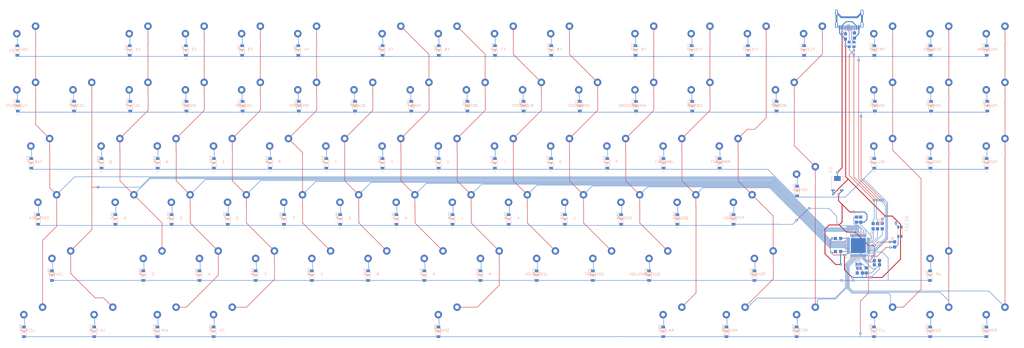
<source format=kicad_pcb>
(kicad_pcb (version 20211014) (generator pcbnew)
  (layers (0 "F.Cu" signal) (31 "B.Cu" signal) (34 "B.Paste" user) (35 "F.Paste" user) (36 "B.SilkS" user "B.Silkscreen") (37 "F.SilkS" user "F.Silkscreen") (38 "B.Mask" user) (39 "F.Mask" user) (44 "Edge.Cuts" user))
  (net 0 "")
  (net 1 "N$1")
  (net 2 "N$2")
  (net 3 "N$3")
  (net 4 "N$4")
  (net 5 "N$5")
  (net 6 "N$6")
  (net 7 "N$7")
  (net 8 "N$8")
  (net 9 "N$9")
  (net 10 "N$10")
  (net 11 "N$11")
  (net 12 "N$12")
  (net 13 "N$14")
  (net 14 "N$15")
  (net 15 "N$16")
  (net 16 "N$17")
  (net 17 "N$18")
  (net 18 "N$19")
  (net 19 "N$20")
  (net 20 "N$21")
  (net 21 "N$22")
  (net 22 "N$23")
  (net 23 "N$24")
  (net 24 "N$25")
  (net 25 "N$26")
  (net 26 "N$27")
  (net 27 "N$28")
  (net 28 "N$29")
  (net 29 "N$30")
  (net 30 "N$31")
  (net 31 "N$32")
  (net 32 "N$33")
  (net 33 "N$34")
  (net 34 "N$35")
  (net 35 "N$36")
  (net 36 "N$37")
  (net 37 "N$38")
  (net 38 "N$39")
  (net 39 "N$40")
  (net 40 "N$41")
  (net 41 "N$42")
  (net 42 "N$43")
  (net 43 "N$44")
  (net 44 "N$45")
  (net 45 "N$46")
  (net 46 "N$47")
  (net 47 "N$48")
  (net 48 "N$49")
  (net 49 "N$50")
  (net 50 "N$51")
  (net 51 "N$52")
  (net 52 "N$53")
  (net 53 "N$54")
  (net 54 "N$55")
  (net 55 "N$56")
  (net 56 "N$57")
  (net 57 "N$58")
  (net 58 "N$59")
  (net 59 "N$60")
  (net 60 "N$61")
  (net 61 "N$62")
  (net 62 "N$63")
  (net 63 "N$64")
  (net 64 "N$65")
  (net 65 "N$66")
  (net 66 "N$67")
  (net 67 "N$68")
  (net 68 "N$69")
  (net 69 "N$70")
  (net 70 "N$71")
  (net 71 "N$72")
  (net 72 "N$73")
  (net 73 "N$74")
  (net 74 "N$75")
  (net 75 "N$76")
  (net 76 "N$77")
  (net 77 "N$78")
  (net 78 "N$79")
  (net 79 "N$80")
  (net 80 "N$81")
  (net 81 "N$82")
  (net 82 "N$83")
  (net 83 "N$84")
  (net 84 "N$85")
  (net 85 "N$86")
  (net 86 "N$87")
  (net 87 "R0")
  (net 88 "R1")
  (net 89 "R2")
  (net 90 "R3")
  (net 91 "R4")
  (net 92 "R5")
  (net 93 "C0")
  (net 94 "C3")
  (net 95 "C15")
  (net 96 "C16")
  (net 97 "C17")
  (net 98 "N$13")
  (net 99 "VCC")
  (net 100 "D-")
  (net 101 "D+")
  (net 102 "GND")
  (net 103 "N$89")
  (net 104 "N$90")
  (net 105 "N$92")
  (net 106 "N$96")
  (net 107 "N$99")
  (net 108 "N$93")
  (net 109 "N$91")
  (net 110 "N$94")
  (net 111 "N$97")
  (net 112 "C2")
  (net 113 "C4")
  (net 114 "C5")
  (net 115 "C7")
  (net 116 "C8")
  (net 117 "C9")
  (net 118 "C10")
  (net 119 "C11")
  (net 120 "C12")
  (net 121 "C13")
  (net 122 "C1")
  (net 123 "C6")
  (net 124 "C14")
  (net 125 "VSUB")
  (net 126 "N$88")
  (net 127 "N$95")
  (footprint "A10L9:MX-1U" (layer "F.Cu") (at 151.7015 149.450612)
    (fp_text reference "T")
    (fp_text value "KEYSWITCH-PLAIN-MX-1U" hide)
  )
  (footprint "A10L9:MX-1U" (layer "F.Cu") (at 356.489 187.550612)
    (fp_text reference "UP")
    (fp_text value "KEYSWITCH-PLAIN-MX-1U" hide)
  )
  (footprint "A10L9:MX-1U" (layer "F.Cu") (at 208.8515 149.450612)
    (fp_text reference "I")
    (fp_text value "KEYSWITCH-PLAIN-MX-1U" hide)
  )
  (footprint "A10L9:MX-1U" (layer "F.Cu") (at 170.7515 149.450612)
    (fp_text reference "Y")
    (fp_text value "KEYSWITCH-PLAIN-MX-1U" hide)
  )
  (footprint "A10L9:MX-1U" (layer "F.Cu") (at 337.439 130.400612)
    (fp_text reference "INSERT")
    (fp_text value "KEYSWITCH-PLAIN-MX-1U" hide)
  )
  (footprint "A10L9:MX-1U" (layer "F.Cu") (at 256.4765 130.400612)
    (fp_text reference "MINUSUSCORE")
    (fp_text value "KEYSWITCH-PLAIN-MX-1U" hide)
  )
  (footprint "A10L9:MX-1U" (layer "F.Cu") (at 194.564 168.500612)
    (fp_text reference "J")
    (fp_text value "KEYSWITCH-PLAIN-MX-1U" hide)
  )
  (footprint "A10L9:MX-2U" (layer "F.Cu") (at 58.83275 187.550612)
    (fp_text reference "LSHIFT")
    (fp_text value "KEYSWITCH-PLAIN-MX-2U" hide)
  )
  (footprint "A10L9:MX-1U" (layer "F.Cu") (at 356.489 130.400612)
    (fp_text reference "HOME")
    (fp_text value "KEYSWITCH-PLAIN-MX-1U" hide)
  )
  (footprint "A10L9:MX-1U" (layer "F.Cu") (at 289.814 168.500612)
    (fp_text reference "PIPESLASH")
    (fp_text value "KEYSWITCH-PLAIN-MX-1U" hide)
  )
  (footprint "A10L9:MX-1U" (layer "F.Cu") (at 256.4765 111.350612)
    (fp_text reference "F9")
    (fp_text value "KEYSWITCH-PLAIN-MX-1U" hide)
  )
  (footprint "A10L9:MX-1U" (layer "F.Cu") (at 113.6015 149.450612)
    (fp_text reference "E")
    (fp_text value "KEYSWITCH-PLAIN-MX-1U" hide)
  )
  (footprint "A10L9:MX-1U" (layer "F.Cu") (at 142.1765 130.400612)
    (fp_text reference "5PERCENT")
    (fp_text value "KEYSWITCH-PLAIN-MX-1U" hide)
  )
  (footprint "A10L9:MX-1U" (layer "F.Cu") (at 104.0765 111.350612)
    (fp_text reference "F2")
    (fp_text value "KEYSWITCH-PLAIN-MX-1U" hide)
  )
  (footprint "A10L9:MX-1U" (layer "F.Cu") (at 227.9015 111.350612)
    (fp_text reference "F8")
    (fp_text value "KEYSWITCH-PLAIN-MX-1U" hide)
  )
  (footprint "A10L9:MX-1U" (layer "F.Cu") (at 142.1765 111.350612)
    (fp_text reference "F4")
    (fp_text value "KEYSWITCH-PLAIN-MX-1U" hide)
  )
  (footprint "A10L9:MX-1U" (layer "F.Cu") (at 251.714 168.500612)
    (fp_text reference "SCOLON")
    (fp_text value "KEYSWITCH-PLAIN-MX-1U" hide)
  )
  (footprint "A10L9:MX-1U" (layer "F.Cu") (at 65.9765 130.400612)
    (fp_text reference "1EXCL")
    (fp_text value "KEYSWITCH-PLAIN-MX-1U" hide)
  )
  (footprint "A10L9:MX-1U" (layer "F.Cu") (at 237.4265 130.400612)
    (fp_text reference "0RBRACKET")
    (fp_text value "KEYSWITCH-PLAIN-MX-1U" hide)
  )
  (footprint "A10L9:MX-1U" (layer "F.Cu") (at 146.939 187.550612)
    (fp_text reference "V")
    (fp_text value "KEYSWITCH-PLAIN-MX-1U" hide)
  )
  (footprint "A10L9:MX-1U" (layer "F.Cu") (at 337.439 149.450612)
    (fp_text reference "DEL")
    (fp_text value "KEYSWITCH-PLAIN-MX-1U" hide)
  )
  (footprint "A10L9:MX-1U" (layer "F.Cu") (at 375.539 111.350612)
    (fp_text reference "PAUSEBRK")
    (fp_text value "KEYSWITCH-PLAIN-MX-1U" hide)
  )
  (footprint "A10L9:MX-1U" (layer "F.Cu") (at 156.464 168.500612)
    (fp_text reference "G")
    (fp_text value "KEYSWITCH-PLAIN-MX-1U" hide)
  )
  (footprint "A10L9:MX-1U" (layer "F.Cu") (at 375.539 130.400612)
    (fp_text reference "PGUP")
    (fp_text value "KEYSWITCH-PLAIN-MX-1U" hide)
  )
  (footprint "A10L9:MX-1U" (layer "F.Cu") (at 285.0515 149.450612)
    (fp_text reference "RBRACKET")
    (fp_text value "KEYSWITCH-PLAIN-MX-1U" hide)
  )
  (footprint "A10L9:MX-1U" (layer "F.Cu") (at 118.364 168.500612)
    (fp_text reference "D")
    (fp_text value "KEYSWITCH-PLAIN-MX-1U" hide)
  )
  (footprint "A10L9:MX-1U" (layer "F.Cu") (at 54.07025 168.500612)
    (fp_text reference "CAPSLOCK")
    (fp_text value "KEYSWITCH-PLAIN-MX-1U" hide)
  )
  (footprint "A10L9:MX-1U" (layer "F.Cu") (at 313.6265 111.350612)
    (fp_text reference "F12")
    (fp_text value "KEYSWITCH-PLAIN-MX-1U" hide)
  )
  (footprint "A10L9:MX-1U" (layer "F.Cu") (at 213.614 168.500612)
    (fp_text reference "K")
    (fp_text value "KEYSWITCH-PLAIN-MX-1U" hide)
  )
  (footprint "A10L9:MX-1U" (layer "F.Cu") (at 356.489 206.600612)
    (fp_text reference "DOWN")
    (fp_text value "KEYSWITCH-PLAIN-MX-1U" hide)
  )
  (footprint "A10L9:MX-1U" (layer "F.Cu") (at 85.0265 130.400612)
    (fp_text reference "2AT")
    (fp_text value "KEYSWITCH-PLAIN-MX-1U" hide)
  )
  (footprint "A10L9:MX-1U" (layer "F.Cu") (at 127.889 187.550612)
    (fp_text reference "C")
    (fp_text value "KEYSWITCH-PLAIN-MX-1U" hide)
  )
  (footprint "A10L9:MX-1U" (layer "F.Cu") (at 356.489 149.450612)
    (fp_text reference "END")
    (fp_text value "KEYSWITCH-PLAIN-MX-1U" hide)
  )
  (footprint "A10L9:MX-1U" (layer "F.Cu") (at 223.139 187.550612)
    (fp_text reference "LESSCOLON")
    (fp_text value "KEYSWITCH-PLAIN-MX-1U" hide)
  )
  (footprint "A10L9:MX-1U" (layer "F.Cu") (at 49.30775 206.600612)
    (fp_text reference "LCTRL")
    (fp_text value "KEYSWITCH-PLAIN-MX-1U" hide)
  )
  (footprint "A10L9:MX-1U" (layer "F.Cu") (at 275.5265 130.400612)
    (fp_text reference "EQPLUS")
    (fp_text value "KEYSWITCH-PLAIN-MX-1U" hide)
  )
  (footprint "A10L9:MX-1U" (layer "F.Cu") (at 270.764 168.500612)
    (fp_text reference "QOUTE")
    (fp_text value "KEYSWITCH-PLAIN-MX-1U" hide)
  )
  (footprint "A10L9:MX-1U" (layer "F.Cu") (at 356.489 111.350612)
    (fp_text reference "SCRLOCK")
    (fp_text value "KEYSWITCH-PLAIN-MX-1U" hide)
  )
  (footprint "A10L9:MX-1U" (layer "F.Cu") (at 73.12025 206.600612)
    (fp_text reference "LALT")
    (fp_text value "KEYSWITCH-PLAIN-MX-1U" hide)
  )
  (footprint "A10L9:MX-1U" (layer "F.Cu") (at 375.539 149.450612)
    (fp_text reference "PGDN")
    (fp_text value "KEYSWITCH-PLAIN-MX-1U" hide)
  )
  (footprint "A10L9:MX-1U" (layer "F.Cu") (at 337.439 206.600612)
    (fp_text reference "LEFT")
    (fp_text value "KEYSWITCH-PLAIN-MX-1U" hide)
  )
  (footprint "A10L9:MX-1U" (layer "F.Cu") (at 189.8015 111.350612)
    (fp_text reference "F6")
    (fp_text value "KEYSWITCH-PLAIN-MX-1U" hide)
  )
  (footprint "A10L9:MX-1U" (layer "F.Cu") (at 242.189 187.550612)
    (fp_text reference "GREATDOT")
    (fp_text value "KEYSWITCH-PLAIN-MX-1U" hide)
  )
  (footprint "A10L9:MX-1U" (layer "F.Cu") (at 208.8515 111.350612)
    (fp_text reference "F7")
    (fp_text value "KEYSWITCH-PLAIN-MX-1U" hide)
  )
  (footprint "A10L9:MX-1U" (layer "F.Cu") (at 137.414 168.500612)
    (fp_text reference "F")
    (fp_text value "KEYSWITCH-PLAIN-MX-1U" hide)
  )
  (footprint "A10L9:MX-1U" (layer "F.Cu") (at 165.989 187.550612)
    (fp_text reference "B")
    (fp_text value "KEYSWITCH-PLAIN-MX-1U" hide)
  )
  (footprint "A10L9:MX-1U" (layer "F.Cu") (at 227.9015 149.450612)
    (fp_text reference "O")
    (fp_text value "KEYSWITCH-PLAIN-MX-1U" hide)
  )
  (footprint "A10L9:MX-2U-ROTATED" (layer "F.Cu") (at 311.24525 158.975612)
    (fp_text reference "ENTER")
    (fp_text value "KEYSWITCH-PLAIN-MX-2U-ROTATED" hide)
  )
  (footprint "A10L9:MX-1U" (layer "F.Cu") (at 113.6015 206.600612)
    (fp_text reference "FN")
    (fp_text value "KEYSWITCH-PLAIN-MX-1U" hide)
  )
  (footprint "A10L9:MX-1U" (layer "F.Cu") (at 89.789 187.550612)
    (fp_text reference "Z")
    (fp_text value "KEYSWITCH-PLAIN-MX-1U" hide)
  )
  (footprint "A10L9:MX-1U" (layer "F.Cu") (at 185.039 187.550612)
    (fp_text reference "N")
    (fp_text value "KEYSWITCH-PLAIN-MX-1U" hide)
  )
  (footprint "A10L9:MX-1U" (layer "F.Cu") (at 170.7515 111.350612)
    (fp_text reference "F5")
    (fp_text value "KEYSWITCH-PLAIN-MX-1U" hide)
  )
  (footprint "A10L9:MX-1U" (layer "F.Cu") (at 123.1265 111.350612)
    (fp_text reference "F3")
    (fp_text value "KEYSWITCH-PLAIN-MX-1U" hide)
  )
  (footprint "A10L9:MX-1U" (layer "F.Cu") (at 189.8015 149.450612)
    (fp_text reference "U")
    (fp_text value "KEYSWITCH-PLAIN-MX-1U" hide)
  )
  (footprint "A10L9:MX-1U" (layer "F.Cu") (at 180.2765 130.400612)
    (fp_text reference "7AND")
    (fp_text value "KEYSWITCH-PLAIN-MX-1U" hide)
  )
  (footprint "A10L9:MX-1U" (layer "F.Cu") (at 46.9265 130.400612)
    (fp_text reference "TILDEACUTE")
    (fp_text value "KEYSWITCH-PLAIN-MX-1U" hide)
  )
  (footprint "A10L9:MX-1U" (layer "F.Cu") (at 51.689 149.450612)
    (fp_text reference "TAB")
    (fp_text value "KEYSWITCH-PLAIN-MX-1U" hide)
  )
  (footprint "A10L9:MX-1U" (layer "F.Cu") (at 104.0765 130.400612)
    (fp_text reference "3HASH")
    (fp_text value "KEYSWITCH-PLAIN-MX-1U" hide)
  )
  (footprint "A10L9:MX-1U" (layer "F.Cu") (at 266.0015 206.600612)
    (fp_text reference "RALT")
    (fp_text value "KEYSWITCH-PLAIN-MX-1U" hide)
  )
  (footprint "A10L9:MX-1U" (layer "F.Cu") (at 108.839 187.550612)
    (fp_text reference "X")
    (fp_text value "KEYSWITCH-PLAIN-MX-1U" hide)
  )
  (footprint "A10L9:MX-1U" (layer "F.Cu") (at 80.264 168.500612)
    (fp_text reference "A")
    (fp_text value "KEYSWITCH-PLAIN-MX-1U" hide)
  )
  (footprint "A10L9:MX-1U" (layer "F.Cu") (at 132.6515 149.450612)
    (fp_text reference "R")
    (fp_text value "KEYSWITCH-PLAIN-MX-1U" hide)
  )
  (footprint "A10L9:MX-1U" (layer "F.Cu") (at 94.5515 206.600612)
    (fp_text reference "WIN")
    (fp_text value "KEYSWITCH-PLAIN-MX-1U" hide)
  )
  (footprint "A10L9:MX-1U" (layer "F.Cu") (at 232.664 168.500612)
    (fp_text reference "L")
    (fp_text value "KEYSWITCH-PLAIN-MX-1U" hide)
  )
  (footprint "A10L9:MX-1U" (layer "F.Cu") (at 75.5015 149.450612)
    (fp_text reference "Q")
    (fp_text value "KEYSWITCH-PLAIN-MX-1U" hide)
  )
  (footprint "A10L9:MX-1U" (layer "F.Cu") (at 175.514 168.500612)
    (fp_text reference "H")
    (fp_text value "KEYSWITCH-PLAIN-MX-1U" hide)
  )
  (footprint "A10L9:MX-1U" (layer "F.Cu") (at 311.24525 206.600612)
    (fp_text reference "RCTRL")
    (fp_text value "KEYSWITCH-PLAIN-MX-1U" hide)
  )
  (footprint "A10L9:MX-2U" (layer "F.Cu") (at 296.95775 187.550612)
    (fp_text reference "RSHIFT")
    (fp_text value "KEYSWITCH-PLAIN-MX-2U" hide)
  )
  (footprint "A10L9:MX-1U" (layer "F.Cu") (at 94.5515 149.450612)
    (fp_text reference "W")
    (fp_text value "KEYSWITCH-PLAIN-MX-1U" hide)
  )
  (footprint "A10L9:MX-2U" (layer "F.Cu") (at 304.1015 130.400612)
    (fp_text reference "BSPACE")
    (fp_text value "KEYSWITCH-PLAIN-MX-2U" hide)
  )
  (footprint "A10L9:MX-1U" (layer "F.Cu") (at 99.314 168.500612)
    (fp_text reference "S")
    (fp_text value "KEYSWITCH-PLAIN-MX-1U" hide)
  )
  (footprint "A10L9:MX-1U" (layer "F.Cu") (at 246.9515 149.450612)
    (fp_text reference "P")
    (fp_text value "KEYSWITCH-PLAIN-MX-1U" hide)
  )
  (footprint "A10L9:MX-7U-FLIPPED" (layer "F.Cu") (at 189.8015 206.600612)
    (fp_text reference "SPACE")
    (fp_text value "KEYSWITCH-PLAIN-MX-7U-FLIPPED" hide)
  )
  (footprint "A10L9:MX-1U" (layer "F.Cu") (at 375.539 206.600612)
    (fp_text reference "RIGHT")
    (fp_text value "KEYSWITCH-PLAIN-MX-1U" hide)
  )
  (footprint "A10L9:MX-1U" (layer "F.Cu") (at 266.0015 149.450612)
    (fp_text reference "LBRACKET")
    (fp_text value "KEYSWITCH-PLAIN-MX-1U" hide)
  )
  (footprint "A10L9:MX-1U" (layer "F.Cu") (at 287.43275 206.600612)
    (fp_text reference "MENU")
    (fp_text value "KEYSWITCH-PLAIN-MX-1U" hide)
  )
  (footprint "A10L9:MX-1U" (layer "F.Cu") (at 161.2265 130.400612)
    (fp_text reference "6CARET")
    (fp_text value "KEYSWITCH-PLAIN-MX-1U" hide)
  )
  (footprint "A10L9:MX-1U" (layer "F.Cu") (at 85.0265 111.350612)
    (fp_text reference "F1")
    (fp_text value "KEYSWITCH-PLAIN-MX-1U" hide)
  )
  (footprint "A10L9:MX-1U" (layer "F.Cu") (at 294.5765 111.350612)
    (fp_text reference "F11")
    (fp_text value "KEYSWITCH-PLAIN-MX-1U" hide)
  )
  (footprint "A10L9:MX-1U" (layer "F.Cu") (at 261.239 187.550612)
    (fp_text reference "QUESTIONSLASH")
    (fp_text value "KEYSWITCH-PLAIN-MX-1U" hide)
  )
  (footprint "A10L9:MX-1U" (layer "F.Cu") (at 46.9265 111.350612)
    (fp_text reference "ESC")
    (fp_text value "KEYSWITCH-PLAIN-MX-1U" hide)
  )
  (footprint "A10L9:MX-1U" (layer "F.Cu") (at 123.1265 130.400612)
    (fp_text reference "4DOLLAR")
    (fp_text value "KEYSWITCH-PLAIN-MX-1U" hide)
  )
  (footprint "A10L9:MX-1U" (layer "F.Cu") (at 275.5265 111.350612)
    (fp_text reference "F10")
    (fp_text value "KEYSWITCH-PLAIN-MX-1U" hide)
  )
  (footprint "A10L9:MX-1U" (layer "F.Cu") (at 204.089 187.550612)
    (fp_text reference "M")
    (fp_text value "KEYSWITCH-PLAIN-MX-1U" hide)
  )
  (footprint "A10L9:MX-1U" (layer "F.Cu") (at 199.3265 130.400612)
    (fp_text reference "8STAR")
    (fp_text value "KEYSWITCH-PLAIN-MX-1U" hide)
  )
  (footprint "A10L9:MX-1U" (layer "F.Cu") (at 218.3765 130.400612)
    (fp_text reference "9LBRACKET")
    (fp_text value "KEYSWITCH-PLAIN-MX-1U" hide)
  )
  (footprint "A10L9:MX-1U" (layer "F.Cu") (at 337.439 111.350612)
    (fp_text reference "PRTSC")
    (fp_text value "KEYSWITCH-PLAIN-MX-1U" hide)
  )
  (footprint "A10L9:SOD-123" (layer "B.Cu") (at 55.026565 190.836187 -90)
    (fp_text reference "D64")
    (fp_text value "")
  )
  (footprint "A10L9:SOD-123" (layer "B.Cu") (at 76.522375 171.790806 -90)
    (fp_text reference "D52")
    (fp_text value "")
  )
  (footprint "A10L9:SOD-123" (layer "B.Cu") (at 195.864515 133.406237 -90)
    (fp_text reference "D25")
    (fp_text value "")
  )
  (footprint "A10L9:SOD-123" (layer "B.Cu") (at 186.162075 114.518859 -90)
    (fp_text reference "D9")
    (fp_text value "")
  )
  (footprint "A10L9:2.0X1.6_KX-5" (layer "B.Cu") (at 328.5765 187.650612 -90)
    (fp_text reference "Q1")
    (fp_text value "16MHz")
  )
  (footprint "A10L9:C0603" (layer "B.Cu") (at 327.7765 171.850612 -90)
    (fp_text reference "C1")
    (fp_text value "0.1uF")
  )
  (footprint "A10L9:SOD-123" (layer "B.Cu") (at 286.072375 171.790806 -90)
    (fp_text reference "D63")
    (fp_text value "")
  )
  (footprint "A10L9:SOD-123" (layer "B.Cu") (at 209.872375 171.790806 -90)
    (fp_text reference "D59")
    (fp_text value "")
  )
  (footprint "A10L9:SOD-123" (layer "B.Cu") (at 371.862662 152.778653 -90)
    (fp_text reference "D50")
    (fp_text value "")
  )
  (footprint "A10L9:SOD-123" (layer "B.Cu") (at 300.639515 133.406237 -90)
    (fp_text reference "D30")
    (fp_text value "")
  )
  (footprint "A10L9:SOD-123" (layer "B.Cu") (at 243.275162 152.778653 -90)
    (fp_text reference "D44")
    (fp_text value "")
  )
  (footprint "A10L9:SOD-123" (layer "B.Cu") (at 105.032815 190.836187 -90)
    (fp_text reference "D67")
    (fp_text value "")
  )
  (footprint "A10L9:SOD-123" (layer "B.Cu") (at 253.014515 133.406237 -90)
    (fp_text reference "D28")
    (fp_text value "")
  )
  (footprint "A10L9:SOD-123" (layer "B.Cu") (at 252.837075 114.518859 -90)
    (fp_text reference "D12")
    (fp_text value "")
  )
  (footprint "A10L9:SOD-123" (layer "B.Cu") (at 224.262075 114.518859 -90)
    (fp_text reference "D11")
    (fp_text value "")
  )
  (footprint "A10L9:SOD-123" (layer "B.Cu") (at 85.982815 190.836187 -90)
    (fp_text reference "D66")
    (fp_text value "")
  )
  (footprint "A10L9:SOD-123" (layer "B.Cu") (at 114.622375 171.790806 -90)
    (fp_text reference "D54")
    (fp_text value "")
  )
  (footprint "A10L9:C0603" (layer "B.Cu") (at 336.4765 174.050612 -90)
    (fp_text reference "C6")
    (fp_text value "1uF")
  )
  (footprint "A10L9:SOD-123" (layer "B.Cu") (at 69.348431 209.883434 -90)
    (fp_text reference "D78")
    (fp_text value "")
  )
  (footprint "A10L9:SOD-123" (layer "B.Cu") (at 71.825162 152.778653 -90)
    (fp_text reference "D35")
    (fp_text value "")
  )
  (footprint "A10L9:SOD-123" (layer "B.Cu") (at 309.987075 114.518859 -90)
    (fp_text reference "D14")
    (fp_text value "")
  )
  (footprint "A10L9:SOD-123" (layer "B.Cu") (at 176.814515 133.406237 -90)
    (fp_text reference "D24")
    (fp_text value "")
  )
  (footprint "A10L9:SOD-123" (layer "B.Cu") (at 133.672375 171.790806 -90)
    (fp_text reference "D55")
    (fp_text value "")
  )
  (footprint "A10L9:SOD-123" (layer "B.Cu") (at 167.112075 114.518859 -90)
    (fp_text reference "D8")
    (fp_text value "")
  )
  (footprint "A10L9:SOD-123" (layer "B.Cu") (at 124.082815 190.836187 -90)
    (fp_text reference "D68")
    (fp_text value "")
  )
  (footprint "A10L9:QFN-44" (layer "B.Cu") (at 328.3765 180.650612 180)
    (fp_text reference "MCU")
    (fp_text value "ATMEGA32U4-QFN44")
  )
  (footprint "A10L9:SOD-123" (layer "B.Cu") (at 43.287075 114.518859 -90)
    (fp_text reference "D1")
    (fp_text value "")
  )
  (footprint "A10L9:SOD-123" (layer "B.Cu") (at 186.125162 152.778653 -90)
    (fp_text reference "D41")
    (fp_text value "")
  )
  (footprint "A10L9:SOD-123" (layer "B.Cu") (at 62.514515 133.406237 -90)
    (fp_text reference "D18")
    (fp_text value "")
  )
  (footprint "A10L9:SOD-123" (layer "B.Cu") (at 205.212075 114.518859 -90)
    (fp_text reference "D10")
    (fp_text value "")
  )
  (footprint "A10L9:SOD-123" (layer "B.Cu") (at 352.717181 209.883434 -90)
    (fp_text reference "D92")
    (fp_text value "")
  )
  (footprint "A10L9:SOD-123" (layer "B.Cu") (at 200.282815 190.836187 -90)
    (fp_text reference "D72")
    (fp_text value "")
  )
  (footprint "A10L9:SOD-123" (layer "B.Cu") (at 290.937075 114.518859 -90)
    (fp_text reference "D7")
    (fp_text value "")
  )
  (footprint "A10L9:SOD-123" (layer "B.Cu") (at 267.022375 171.790806 -90)
    (fp_text reference "D62")
    (fp_text value "")
  )
  (footprint "A10L9:SOD-123" (layer "B.Cu") (at 48.012662 152.778653 -90)
    (fp_text reference "D31")
    (fp_text value "")
  )
  (footprint "A10L9:SOD-123" (layer "B.Cu") (at 372.077015 133.406237 -90)
    (fp_text reference "D34")
    (fp_text value "")
  )
  (footprint "A10L9:SOD-123" (layer "B.Cu") (at 119.487075 114.518859 -90)
    (fp_text reference "D5")
    (fp_text value "")
  )
  (footprint "A10L9:SOD-123" (layer "B.Cu") (at 262.325162 152.778653 -90)
    (fp_text reference "D45")
    (fp_text value "")
  )
  (footprint "A10L9:SOD-123" (layer "B.Cu") (at 190.822375 171.790806 -90)
    (fp_text reference "D58")
    (fp_text value "")
  )
  (footprint "A10L9:SOD-123" (layer "B.Cu") (at 109.829681 209.883434 -90)
    (fp_text reference "D80")
    (fp_text value "")
  )
  (footprint "A10L9:SOD-123" (layer "B.Cu") (at 307.615168 162.164834 -90)
    (fp_text reference "D47")
    (fp_text value "")
  )
  (footprint "A10L9:SOD-123" (layer "B.Cu") (at 186.029681 209.883434 -90)
    (fp_text reference "D84")
    (fp_text value "")
  )
  (footprint "A10L9:SOD-123" (layer "B.Cu") (at 95.572375 171.790806 -90)
    (fp_text reference "D53")
    (fp_text value "")
  )
  (footprint "A10L9:SOD-123" (layer "B.Cu") (at 119.664515 133.406237 -90)
    (fp_text reference "D21")
    (fp_text value "")
  )
  (footprint "A10L9:SOD-123" (layer "B.Cu") (at 90.875162 152.778653 -90)
    (fp_text reference "D36")
    (fp_text value "")
  )
  (footprint "A10L9:SOD-123" (layer "B.Cu") (at 228.922375 171.790806 -90)
    (fp_text reference "D60")
    (fp_text value "")
  )
  (footprint "A10L9:SOD-123" (layer "B.Cu") (at 100.614515 133.406237 -90)
    (fp_text reference "D20")
    (fp_text value "")
  )
  (footprint "A10L9:SOD-123" (layer "B.Cu") (at 233.964515 133.406237 -90)
    (fp_text reference "D27")
    (fp_text value "")
  )
  (footprint "A10L9:SOD-123" (layer "B.Cu") (at 353.027015 133.406237 -90)
    (fp_text reference "D33")
    (fp_text value "")
  )
  (footprint "A10L9:R0603" (layer "B.Cu") (at 334.879321 174.0758 -90)
    (fp_text reference "R4")
    (fp_text value "22")
  )
  (footprint "A10L9:R0603" (layer "B.Cu") (at 321.4765 178.250612)
    (fp_text reference "R5")
    (fp_text value "10K")
  )
  (footprint "A10L9:SOD-123" (layer "B.Cu") (at 138.714515 133.406237 -90)
    (fp_text reference "D22")
    (fp_text value "")
  )
  (footprint "A10L9:C0603" (layer "B.Cu") (at 329.1765 171.850612 -90)
    (fp_text reference "C2")
    (fp_text value "0.1uF")
  )
  (footprint "A10L9:SOD-123" (layer "B.Cu") (at 167.075162 152.778653 -90)
    (fp_text reference "D40")
    (fp_text value "")
  )
  (footprint "A10L9:DIONC1608X55N" (layer "B.Cu") (at 325.2765 112.450612 -90)
    (fp_text reference "C9")
    (fp_text value "PESD0603-240")
  )
  (footprint "A10L9:SOD-123" (layer "B.Cu") (at 352.682815 190.836187 -90)
    (fp_text reference "D2")
    (fp_text value "")
  )
  (footprint "A10L9:SOD-123" (layer "B.Cu") (at 171.772375 171.790806 -90)
    (fp_text reference "D57")
    (fp_text value "")
  )
  (footprint "A10L9:SOD-123" (layer "B.Cu") (at 152.722375 171.790806 -90)
    (fp_text reference "D56")
    (fp_text value "")
  )
  (footprint "A10L9:R0603" (layer "B.Cu") (at 327.045768 109.43905 -90)
    (fp_text reference "R2")
    (fp_text value "5.1K")
  )
  (footprint "A10L9:SOD-123" (layer "B.Cu") (at 224.225162 152.778653 -90)
    (fp_text reference "D43")
    (fp_text value "")
  )
  (footprint "A10L9:SOD-123" (layer "B.Cu") (at 283.660931 209.883434 -90)
    (fp_text reference "D88")
    (fp_text value "")
  )
  (footprint "A10L9:SWITCH-SMD-EVP-BB2A9B00" (layer "B.Cu") (at 342.4765 175.950612 -90)
    (fp_text reference "RESET")
    (fp_text value "SWITCH-SMD-EVP-BB2A9B00" hide)
  )
  (footprint "A10L9:SOD-123" (layer "B.Cu") (at 271.887075 114.518859 -90)
    (fp_text reference "D13")
    (fp_text value "")
  )
  (footprint "A10L9:SOD-123" (layer "B.Cu") (at 128.975162 152.778653 -90)
    (fp_text reference "D38")
    (fp_text value "")
  )
  (footprint "A10L9:SOD-123" (layer "B.Cu") (at 272.064515 133.406237 -90)
    (fp_text reference "D29")
    (fp_text value "")
  )
  (footprint "A10L9:R0603" (layer "B.Cu") (at 333.396418 174.078709 -90)
    (fp_text reference "R3")
    (fp_text value "22")
  )
  (footprint "A10L9:SOD-123" (layer "B.Cu") (at 157.764515 133.406237 -90)
    (fp_text reference "D23")
    (fp_text value "")
  )
  (footprint "A10L9:SOD-123" (layer "B.Cu") (at 162.182815 190.836187 -90)
    (fp_text reference "D70")
    (fp_text value "")
  )
  (footprint "A10L9:DIONC1608X55N" (layer "B.Cu") (at 326.8765 112.450612 -90)
    (fp_text reference "C10")
    (fp_text value "PESD0603-240")
  )
  (footprint "A10L9:SOD-123" (layer "B.Cu") (at 307.473431 209.883434 -90)
    (fp_text reference "D89")
    (fp_text value "")
  )
  (footprint "A10L9:SOD-123" (layer "B.Cu") (at 281.375162 152.778653 -90)
    (fp_text reference "D46")
    (fp_text value "")
  )
  (footprint "A10L9:SOD-123" (layer "B.Cu") (at 238.382815 190.836187 -90)
    (fp_text reference "D74")
    (fp_text value "")
  )
  (footprint "A10L9:SOD-123" (layer "B.Cu") (at 352.812662 152.778653 -90)
    (fp_text reference "D49")
    (fp_text value "")
  )
  (footprint "A10L9:R0603" (layer "B.Cu") (at 340.6765 180.250612 -90)
    (fp_text reference "R6")
    (fp_text value "10K")
  )
  (footprint "A10L9:C0603" (layer "B.Cu") (at 331.047928 189.064475 90)
    (fp_text reference "C8")
    (fp_text value "")
  )
  (footprint "A10L9:SOD-123" (layer "B.Cu") (at 138.537075 114.518859 -90)
    (fp_text reference "D6")
    (fp_text value "")
  )
  (footprint "A10L9:SOD-123" (layer "B.Cu") (at 81.387075 114.518859 -90)
    (fp_text reference "D3")
    (fp_text value "")
  )
  (footprint "A10L9:USB-C" (layer "B.Cu") (at 317.8765 97.650612)
    (fp_text reference "U$1" hide)
    (fp_text value "USB-C" hide)
  )
  (footprint "A10L9:SOD-123" (layer "B.Cu") (at 333.667181 209.883434 -90)
    (fp_text reference "D91")
    (fp_text value "")
  )
  (footprint "A10L9:SOD-123" (layer "B.Cu") (at 333.977015 133.406237 -90)
    (fp_text reference "D32")
    (fp_text value "")
  )
  (footprint "A10L9:SOD-123" (layer "B.Cu") (at 81.564515 133.406237 -90)
    (fp_text reference "D19")
    (fp_text value "")
  )
  (footprint "A10L9:SOD-123" (layer "B.Cu") (at 148.025162 152.778653 -90)
    (fp_text reference "D39")
    (fp_text value "")
  )
  (footprint "A10L9:SOD-123" (layer "B.Cu") (at 214.914515 133.406237 -90)
    (fp_text reference "D26")
    (fp_text value "")
  )
  (footprint "A10L9:C0603" (layer "B.Cu") (at 334.6765 187.150612 180)
    (fp_text reference "C3")
    (fp_text value "0.1uF")
  )
  (footprint "A10L9:SOD-123" (layer "B.Cu") (at 333.762662 152.778653 -90)
    (fp_text reference "D48")
    (fp_text value "")
  )
  (footprint "A10L9:SOD-123" (layer "B.Cu") (at 257.432815 190.836187 -90)
    (fp_text reference "D75")
    (fp_text value "")
  )
  (footprint "A10L9:SOD-123" (layer "B.Cu") (at 247.972375 171.790806 -90)
    (fp_text reference "D61")
    (fp_text value "")
  )
  (footprint "A10L9:SOD-123" (layer "B.Cu") (at 262.229681 209.883434 -90)
    (fp_text reference "D87")
    (fp_text value "")
  )
  (footprint "A10L9:C0603" (layer "B.Cu") (at 321.4765 182.650612)
    (fp_text reference "C5")
    (fp_text value "0.1uF")
  )
  (footprint "A10L9:SOD-123" (layer "B.Cu") (at 293.151565 190.836187 -90)
    (fp_text reference "D76")
    (fp_text value "")
  )
  (footprint "A10L9:SOD-123" (layer "B.Cu") (at 90.779681 209.883434 -90)
    (fp_text reference "D79")
    (fp_text value "")
  )
  (footprint "A10L9:R0603" (layer "B.Cu") (at 323.9765 109.750612 -90)
    (fp_text reference "R1")
    (fp_text value "5.1K")
  )
  (footprint "A10L9:TVS_ZEN056V260A16YC" (layer "B.Cu") (at 321.2765 159.650612 -90)
    (fp_text reference "U1")
    (fp_text value "ZEN056V130A16YM")
  )
  (footprint "A10L9:SOD-123" (layer "B.Cu") (at 50.328625 171.790806 -90)
    (fp_text reference "D51")
    (fp_text value "")
  )
  (footprint "A10L9:C0603" (layer "B.Cu") (at 328.8765 189.950612 180)
    (fp_text reference "C7")
    (fp_text value "")
  )
  (footprint "A10L9:SOD-123" (layer "B.Cu") (at 109.925162 152.778653 -90)
    (fp_text reference "D37")
    (fp_text value "")
  )
  (footprint "A10L9:SOD-123" (layer "B.Cu") (at 205.175162 152.778653 -90)
    (fp_text reference "D42")
    (fp_text value "")
  )
  (footprint "A10L9:SOD-123" (layer "B.Cu") (at 45.535931 209.883434 -90)
    (fp_text reference "D65")
    (fp_text value "")
  )
  (footprint "A10L9:SOD-123" (layer "B.Cu") (at 100.437075 114.518859 -90)
    (fp_text reference "D4")
    (fp_text value "")
  )
  (footprint "A10L9:SOD-123" (layer "B.Cu") (at 371.767181 209.883434 -90)
    (fp_text reference "D93")
    (fp_text value "")
  )
  (footprint "A10L9:SOD-123" (layer "B.Cu") (at 333.799575 114.518859 -90)
    (fp_text reference "D15")
    (fp_text value "")
  )
  (footprint "A10L9:C0603" (layer "B.Cu") (at 334.6765 185.750612 180)
    (fp_text reference "C4")
    (fp_text value "0.1uF")
  )
  (footprint "A10L9:SOD-123" (layer "B.Cu") (at 371.899575 114.518859 -90)
    (fp_text reference "D77")
    (fp_text value "")
  )
  (footprint "A10L9:SOD-123" (layer "B.Cu") (at 143.132815 190.836187 -90)
    (fp_text reference "D69")
    (fp_text value "")
  )
  (footprint "A10L9:SOD-123" (layer "B.Cu") (at 219.332815 190.836187 -90)
    (fp_text reference "D73")
    (fp_text value "")
  )
  (footprint "A10L9:SOD-123" (layer "B.Cu") (at 352.849575 114.518859 -90)
    (fp_text reference "D16")
    (fp_text value "")
  )
  (footprint "A10L9:SOD-123" (layer "B.Cu") (at 43.464515 133.406237 -90)
    (fp_text reference "D17")
    (fp_text value "")
  )
  (footprint "A10L9:SOD-123" (layer "B.Cu") (at 181.232815 190.836187 -90)
    (fp_text reference "D71")
    (fp_text value "")
  )
  (gr_line (start 320.354784 100.321209) (end 330.354784 100.321209) (layer "Edge.Cuts") (width 0.001))
  (gr_arc (start 382.53885 102.401731) (mid 383.953064 102.987517) (end 384.53885 104.401731) (layer "Edge.Cuts") (width 0.001))
  (gr_arc (start 39.413908 215.370643) (mid 37.995323 214.780479) (end 37.41394 213.358272) (layer "Edge.Cuts") (width 0.001))
  (gr_line (start 37.41394 213.358272) (end 37.41275 104.401762) (layer "Edge.Cuts") (width 0.001))
  (gr_line (start 320.354784 100.321209) (end 320.354784 102.321209) (layer "Edge.Cuts") (width 0.001))
  (gr_line (start 320.354784 102.321209) (end 39.412718 102.401744) (layer "Edge.Cuts") (width 0.001))
  (gr_line (start 330.354784 102.321328) (end 382.53885 102.401731) (layer "Edge.Cuts") (width 0.001))
  (gr_line (start 384.53885 104.401731) (end 384.53885 213.370644) (layer "Edge.Cuts") (width 0.001))
  (gr_arc (start 37.412742 104.401762) (mid 37.998514 102.987545) (end 39.412718 102.401744) (layer "Edge.Cuts") (width 0.001))
  (gr_arc (start 384.53885 213.370644) (mid 383.953064 214.784858) (end 382.53885 215.370644) (layer "Edge.Cuts") (width 0.001))
  (gr_line (start 330.354784 100.321209) (end 330.354784 102.321328) (layer "Edge.Cuts") (width 0.001))
  (gr_line (start 382.53885 215.370644) (end 39.413909 215.370644) (layer "Edge.Cuts") (width 0.001))
  (segment (start 43.287075 112.883859) (end 43.31479 112.856144) (width 0.1524) (layer "B.Cu") (net 1))
  (segment (start 43.1165 108.810612) (end 43.31479 109.008903) (width 0.1524) (layer "B.Cu") (net 1))
  (segment (start 43.31479 109.008903) (end 43.31479 112.856144) (width 0.1524) (layer "B.Cu") (net 1))
  (segment (start 81.4423 109.036412) (end 81.4423 112.828634) (width 0.1524) (layer "B.Cu") (net 2))
  (segment (start 81.387075 112.883859) (end 81.4423 112.828634) (width 0.1524) (layer "B.Cu") (net 2))
  (segment (start 81.2165 108.810612) (end 81.4423 109.036412) (width 0.1524) (layer "B.Cu") (net 2))
  (segment (start 100.2665 108.810612) (end 100.4923 109.036412) (width 0.1524) (layer "B.Cu") (net 3))
  (segment (start 100.4923 109.036412) (end 100.4923 112.828634) (width 0.1524) (layer "B.Cu") (net 3))
  (segment (start 100.437075 112.883859) (end 100.4923 112.828634) (width 0.1524) (layer "B.Cu") (net 3))
  (segment (start 119.487075 112.883859) (end 119.5423 112.828634) (width 0.1524) (layer "B.Cu") (net 4))
  (segment (start 119.3165 108.810612) (end 119.5423 109.036412) (width 0.1524) (layer "B.Cu") (net 4))
  (segment (start 119.5423 109.036412) (end 119.5423 112.828634) (width 0.1524) (layer "B.Cu") (net 4))
  (segment (start 138.3665 108.810612) (end 138.5923 109.036412) (width 0.1524) (layer "B.Cu") (net 5))
  (segment (start 138.5923 109.036412) (end 138.5923 112.828634) (width 0.1524) (layer "B.Cu") (net 5))
  (segment (start 138.537075 112.883859) (end 138.5923 112.828634) (width 0.1524) (layer "B.Cu") (net 5))
  (segment (start 290.9923 109.036412) (end 290.9923 112.828634) (width 0.1524) (layer "B.Cu") (net 6))
  (segment (start 290.937075 112.883859) (end 290.9923 112.828634) (width 0.1524) (layer "B.Cu") (net 6))
  (segment (start 290.7665 108.810612) (end 290.9923 109.036412) (width 0.1524) (layer "B.Cu") (net 6))
  (segment (start 167.1673 109.036412) (end 167.1673 112.828634) (width 0.1524) (layer "B.Cu") (net 7))
  (segment (start 166.9415 108.810612) (end 167.1673 109.036412) (width 0.1524) (layer "B.Cu") (net 7))
  (segment (start 167.112075 112.883859) (end 167.1673 112.828634) (width 0.1524) (layer "B.Cu") (net 7))
  (segment (start 186.2173 109.036412) (end 186.2173 112.828634) (width 0.1524) (layer "B.Cu") (net 8))
  (segment (start 186.162075 112.883859) (end 186.2173 112.828634) (width 0.1524) (layer "B.Cu") (net 8))
  (segment (start 185.9915 108.810612) (end 186.2173 109.036412) (width 0.1524) (layer "B.Cu") (net 8))
  (segment (start 205.212075 112.883859) (end 205.2673 112.828634) (width 0.1524) (layer "B.Cu") (net 9))
  (segment (start 205.0415 108.810612) (end 205.2673 109.036412) (width 0.1524) (layer "B.Cu") (net 9))
  (segment (start 205.2673 109.036412) (end 205.2673 112.828634) (width 0.1524) (layer "B.Cu") (net 9))
  (segment (start 224.262075 112.883859) (end 224.3173 112.828634) (width 0.1524) (layer "B.Cu") (net 10))
  (segment (start 224.3173 109.036412) (end 224.3173 112.828634) (width 0.1524) (layer "B.Cu") (net 10))
  (segment (start 224.0915 108.810612) (end 224.3173 109.036412) (width 0.1524) (layer "B.Cu") (net 10))
  (segment (start 252.6665 108.810612) (end 252.8923 109.036412) (width 0.1524) (layer "B.Cu") (net 11))
  (segment (start 252.8923 109.036412) (end 252.8923 112.828634) (width 0.1524) (layer "B.Cu") (net 11))
  (segment (start 252.837075 112.883859) (end 252.8923 112.828634) (width 0.1524) (layer "B.Cu") (net 11))
  (segment (start 271.887075 112.883859) (end 271.9423 112.828634) (width 0.1524) (layer "B.Cu") (net 12))
  (segment (start 271.7165 108.810612) (end 271.9423 109.036412) (width 0.1524) (layer "B.Cu") (net 12))
  (segment (start 271.9423 109.036412) (end 271.9423 112.828634) (width 0.1524) (layer "B.Cu") (net 12))
  (segment (start 333.8548 109.036412) (end 333.8548 112.828634) (width 0.1524) (layer "B.Cu") (net 13))
  (segment (start 333.629 108.810612) (end 333.8548 109.036412) (width 0.1524) (layer "B.Cu") (net 13))
  (segment (start 333.799575 112.883859) (end 333.8548 112.828634) (width 0.1524) (layer "B.Cu") (net 13))
  (segment (start 352.9048 109.036412) (end 352.9048 112.828634) (width 0.1524) (layer "B.Cu") (net 14))
  (segment (start 352.849575 112.883859) (end 352.9048 112.828634) (width 0.1524) (layer "B.Cu") (net 14))
  (segment (start 352.679 108.810612) (end 352.9048 109.036412) (width 0.1524) (layer "B.Cu") (net 14))
  (segment (start 371.729 108.810612) (end 371.9548 109.036412) (width 0.1524) (layer "B.Cu") (net 15))
  (segment (start 371.9548 109.036412) (end 371.9548 112.828634) (width 0.1524) (layer "B.Cu") (net 15))
  (segment (start 371.899575 112.883859) (end 371.9548 112.828634) (width 0.1524) (layer "B.Cu") (net 15))
  (segment (start 43.1165 127.860612) (end 43.2807 128.024812) (width 0.1524) (layer "B.Cu") (net 16))
  (segment (start 43.2807 128.024812) (end 43.2807 131.587422) (width 0.1524) (layer "B.Cu") (net 16))
  (segment (start 43.2807 131.587422) (end 43.464515 131.771237) (width 0.1524) (layer "B.Cu") (net 16))
  (segment (start 62.3307 131.587422) (end 62.514515 131.771237) (width 0.1524) (layer "B.Cu") (net 17))
  (segment (start 62.1665 127.860612) (end 62.3307 128.024812) (width 0.1524) (layer "B.Cu") (net 17))
  (segment (start 62.3307 128.024812) (end 62.3307 131.587422) (width 0.1524) (layer "B.Cu") (net 17))
  (segment (start 81.3807 128.024812) (end 81.3807 131.587422) (width 0.1524) (layer "B.Cu") (net 18))
  (segment (start 81.3807 131.587422) (end 81.564515 131.771237) (width 0.1524) (layer "B.Cu") (net 18))
  (segment (start 81.2165 127.860612) (end 81.3807 128.024812) (width 0.1524) (layer "B.Cu") (net 18))
  (segment (start 100.4307 131.587422) (end 100.614515 131.771237) (width 0.1524) (layer "B.Cu") (net 19))
  (segment (start 100.2665 127.860612) (end 100.4307 128.024812) (width 0.1524) (layer "B.Cu") (net 19))
  (segment (start 100.4307 128.024812) (end 100.4307 131.587422) (width 0.1524) (layer "B.Cu") (net 19))
  (segment (start 119.4807 131.587422) (end 119.664515 131.771237) (width 0.1524) (layer "B.Cu") (net 20))
  (segment (start 119.3165 127.860612) (end 119.4807 128.024812) (width 0.1524) (layer "B.Cu") (net 20))
  (segment (start 119.4807 128.024812) (end 119.4807 131.587422) (width 0.1524) (layer "B.Cu") (net 20))
  (segment (start 138.5307 131.587422) (end 138.714515 131.771237) (width 0.1524) (layer "B.Cu") (net 21))
  (segment (start 138.3665 127.860612) (end 138.5307 128.024812) (width 0.1524) (layer "B.Cu") (net 21))
  (segment (start 138.5307 128.024812) (end 138.5307 131.587422) (width 0.1524) (layer "B.Cu") (net 21))
  (segment (start 157.5807 128.024812) (end 157.5807 131.587422) (width 0.1524) (layer "B.Cu") (net 22))
  (segment (start 157.4165 127.860612) (end 157.5807 128.024812) (width 0.1524) (layer "B.Cu") (net 22))
  (segment (start 157.5807 131.587422) (end 157.764515 131.771237) (width 0.1524) (layer "B.Cu") (net 22))
  (segment (start 176.6923 128.086412) (end 176.6923 131.649022) (width 0.1524) (layer "B.Cu") (net 23))
  (segment (start 176.4665 127.860612) (end 176.6923 128.086412) (width 0.1524) (layer "B.Cu") (net 23))
  (segment (start 176.814515 131.771237) (end 176.6923 131.649022) (width 0.1524) (layer "B.Cu") (net 23))
  (segment (start 195.5165 127.860612) (end 195.7423 128.086412) (width 0.1524) (layer "B.Cu") (net 24))
  (segment (start 195.7423 128.086412) (end 195.7423 131.649022) (width 0.1524) (layer "B.Cu") (net 24))
  (segment (start 195.864515 131.771237) (end 195.7423 131.649022) (width 0.1524) (layer "B.Cu") (net 24))
  (segment (start 214.7307 128.024812) (end 214.7307 131.587422) (width 0.1524) (layer "B.Cu") (net 25))
  (segment (start 214.5665 127.860612) (end 214.7307 128.024812) (width 0.1524) (layer "B.Cu") (net 25))
  (segment (start 214.7307 131.587422) (end 214.914515 131.771237) (width 0.1524) (layer "B.Cu") (net 25))
  (segment (start 233.7807 131.587422) (end 233.964515 131.771237) (width 0.1524) (layer "B.Cu") (net 26))
  (segment (start 233.6165 127.860612) (end 233.7807 128.024812) (width 0.1524) (layer "B.Cu") (net 26))
  (segment (start 233.7807 128.024812) (end 233.7807 131.587422) (width 0.1524) (layer "B.Cu") (net 26))
  (segment (start 252.6665 127.860612) (end 252.8923 128.086412) (width 0.1524) (layer "B.Cu") (net 27))
  (segment (start 253.014515 131.771237) (end 252.8923 131.649022) (width 0.1524) (layer "B.Cu") (net 27))
  (segment (start 252.8923 128.086412) (end 252.8923 131.649022) (width 0.1524) (layer "B.Cu") (net 27))
  (segment (start 271.9423 128.086412) (end 271.9423 131.649022) (width 0.1524) (layer "B.Cu") (net 28))
  (segment (start 272.064515 131.771237) (end 271.9423 131.649022) (width 0.1524) (layer "B.Cu") (net 28))
  (segment (start 271.7165 127.860612) (end 271.9423 128.086412) (width 0.1524) (layer "B.Cu") (net 28))
  (segment (start 300.5173 128.086412) (end 300.5173 131.649022) (width 0.1524) (layer "B.Cu") (net 29))
  (segment (start 300.639515 131.771237) (end 300.5173 131.649022) (width 0.1524) (layer "B.Cu") (net 29))
  (segment (start 300.2915 127.860612) (end 300.5173 128.086412) (width 0.1524) (layer "B.Cu") (net 29))
  (segment (start 333.629 127.860612) (end 333.8548 128.086412) (width 0.1524) (layer "B.Cu") (net 30))
  (segment (start 333.977015 131.771237) (end 333.8548 131.649022) (width 0.1524) (layer "B.Cu") (net 30))
  (segment (start 333.8548 128.086412) (end 333.8548 131.649022) (width 0.1524) (layer "B.Cu") (net 30))
  (segment (start 352.9048 128.086412) (end 352.9048 131.649022) (width 0.1524) (layer "B.Cu") (net 31))
  (segment (start 353.027015 131.771237) (end 352.9048 131.649022) (width 0.1524) (layer "B.Cu") (net 31))
  (segment (start 352.679 127.860612) (end 352.9048 128.086412) (width 0.1524) (layer "B.Cu") (net 31))
  (segment (start 372.077015 131.771237) (end 371.9548 131.649022) (width 0.1524) (layer "B.Cu") (net 32))
  (segment (start 371.729 127.860612) (end 371.9548 128.086412) (width 0.1524) (layer "B.Cu") (net 32))
  (segment (start 371.9548 128.086412) (end 371.9548 131.649022) (width 0.1524) (layer "B.Cu") (net 32))
  (segment (start 48.012662 151.143653) (end 48.1048 151.051516) (width 0.1524) (layer "B.Cu") (net 33))
  (segment (start 47.879 146.910612) (end 48.1048 147.136412) (width 0.1524) (layer "B.Cu") (net 33))
  (segment (start 48.1048 147.136412) (end 48.1048 151.051516) (width 0.1524) (layer "B.Cu") (net 33))
  (segment (start 71.6915 146.910612) (end 71.9173 147.136412) (width 0.1524) (layer "B.Cu") (net 34))
  (segment (start 71.825162 151.143653) (end 71.9173 151.051516) (width 0.1524) (layer "B.Cu") (net 34))
  (segment (start 71.9173 147.136412) (end 71.9173 151.051516) (width 0.1524) (layer "B.Cu") (net 34))
  (segment (start 90.9673 147.136412) (end 90.9673 151.051516) (width 0.1524) (layer "B.Cu") (net 35))
  (segment (start 90.875162 151.143653) (end 90.9673 151.051516) (width 0.1524) (layer "B.Cu") (net 35))
  (segment (start 90.7415 146.910612) (end 90.9673 147.136412) (width 0.1524) (layer "B.Cu") (net 35))
  (segment (start 110.0173 147.136412) (end 110.0173 151.051516) (width 0.1524) (layer "B.Cu") (net 36))
  (segment (start 109.925162 151.143653) (end 110.0173 151.051516) (width 0.1524) (layer "B.Cu") (net 36))
  (segment (start 109.7915 146.910612) (end 110.0173 147.136412) (width 0.1524) (layer "B.Cu") (net 36))
  (segment (start 129.0673 147.136412) (end 129.0673 151.051516) (width 0.1524) (layer "B.Cu") (net 37))
  (segment (start 128.975162 151.143653) (end 129.0673 151.051516) (width 0.1524) (layer "B.Cu") (net 37))
  (segment (start 128.8415 146.910612) (end 129.0673 147.136412) (width 0.1524) (layer "B.Cu") (net 37))
  (segment (start 147.8915 146.910612) (end 148.1173 147.136412) (width 0.1524) (layer "B.Cu") (net 38))
  (segment (start 148.1173 147.136412) (end 148.1173 151.051516) (width 0.1524) (layer "B.Cu") (net 38))
  (segment (start 148.025162 151.143653) (end 148.1173 151.051516) (width 0.1524) (layer "B.Cu") (net 38))
  (segment (start 167.1673 147.136412) (end 167.1673 151.051516) (width 0.1524) (layer "B.Cu") (net 39))
  (segment (start 166.9415 146.910612) (end 167.1673 147.136412) (width 0.1524) (layer "B.Cu") (net 39))
  (segment (start 167.075162 151.143653) (end 167.1673 151.051516) (width 0.1524) (layer "B.Cu") (net 39))
  (segment (start 186.125162 151.143653) (end 186.2173 151.051516) (width 0.1524) (layer "B.Cu") (net 40))
  (segment (start 185.9915 146.910612) (end 186.2173 147.136412) (width 0.1524) (layer "B.Cu") (net 40))
  (segment (start 186.2173 147.136412) (end 186.2173 151.051516) (width 0.1524) (layer "B.Cu") (net 40))
  (segment (start 205.2673 147.136412) (end 205.2673 151.051516) (width 0.1524) (layer "B.Cu") (net 41))
  (segment (start 205.0415 146.910612) (end 205.2673 147.136412) (width 0.1524) (layer "B.Cu") (net 41))
  (segment (start 205.175162 151.143653) (end 205.2673 151.051516) (width 0.1524) (layer "B.Cu") (net 41))
  (segment (start 224.3173 147.136412) (end 224.3173 151.051516) (width 0.1524) (layer "B.Cu") (net 42))
  (segment (start 224.0915 146.910612) (end 224.3173 147.136412) (width 0.1524) (layer "B.Cu") (net 42))
  (segment (start 224.225162 151.143653) (end 224.3173 151.051516) (width 0.1524) (layer "B.Cu") (net 42))
  (segment (start 243.1415 146.910612) (end 243.3673 147.136412) (width 0.1524) (layer "B.Cu") (net 43))
  (segment (start 243.275162 151.143653) (end 243.3673 151.051516) (width 0.1524) (layer "B.Cu") (net 43))
  (segment (start 243.3673 147.136412) (end 243.3673 151.051516) (width 0.1524) (layer "B.Cu") (net 43))
  (segment (start 262.4173 147.136412) (end 262.4173 151.051516) (width 0.1524) (layer "B.Cu") (net 44))
  (segment (start 262.325162 151.143653) (end 262.4173 151.051516) (width 0.1524) (layer "B.Cu") (net 44))
  (segment (start 262.1915 146.910612) (end 262.4173 147.136412) (width 0.1524) (layer "B.Cu") (net 44))
  (segment (start 281.4673 147.136412) (end 281.4673 151.051516) (width 0.1524) (layer "B.Cu") (net 45))
  (segment (start 281.375162 151.143653) (end 281.4673 151.051516) (width 0.1524) (layer "B.Cu") (net 45))
  (segment (start 281.2415 146.910612) (end 281.4673 147.136412) (width 0.1524) (layer "B.Cu") (net 45))
  (segment (start 307.615168 160.529834) (end 307.66105 160.483953) (width 0.1524) (layer "B.Cu") (net 46))
  (segment (start 307.43525 156.435612) (end 307.66105 156.661412) (width 0.1524) (layer "B.Cu") (net 46))
  (segment (start 307.66105 156.661412) (end 307.66105 160.483953) (width 0.1524) (layer "B.Cu") (net 46))
  (segment (start 333.762662 151.143653) (end 333.8548 151.051516) (width 0.1524) (layer "B.Cu") (net 47))
  (segment (start 333.8548 147.136412) (end 333.8548 151.051516) (width 0.1524) (layer "B.Cu") (net 47))
  (segment (start 333.629 146.910612) (end 333.8548 147.136412) (width 0.1524) (layer "B.Cu") (net 47))
  (segment (start 352.679 146.910612) (end 352.9048 147.136412) (width 0.1524) (layer "B.Cu") (net 48))
  (segment (start 352.812662 151.143653) (end 352.9048 151.051516) (width 0.1524) (layer "B.Cu") (net 48))
  (segment (start 352.9048 147.136412) (end 352.9048 151.051516) (width 0.1524) (layer "B.Cu") (net 48))
  (segment (start 371.9548 147.136412) (end 371.9548 151.051516) (width 0.1524) (layer "B.Cu") (net 49))
  (segment (start 371.729 146.910612) (end 371.9548 147.136412) (width 0.1524) (layer "B.Cu") (net 49))
  (segment (start 371.862662 151.143653) (end 371.9548 151.051516) (width 0.1524) (layer "B.Cu") (net 49))
  (segment (start 50.328625 170.155806) (end 50.48605 169.998381) (width 0.1524) (layer "B.Cu") (net 50))
  (segment (start 50.48605 166.186412) (end 50.48605 169.998381) (width 0.1524) (layer "B.Cu") (net 50))
  (segment (start 50.26025 165.960612) (end 50.48605 166.186412) (width 0.1524) (layer "B.Cu") (net 50))
  (segment (start 76.522375 170.155806) (end 76.6798 169.998381) (width 0.1524) (layer "B.Cu") (net 51))
  (segment (start 76.454 165.960612) (end 76.6798 166.186412) (width 0.1524) (layer "B.Cu") (net 51))
  (segment (start 76.6798 166.186412) (end 76.6798 169.998381) (width 0.1524) (layer "B.Cu") (net 51))
  (segment (start 95.504 165.960612) (end 95.7298 166.186412) (width 0.1524) (layer "B.Cu") (net 52))
  (segment (start 95.572375 170.155806) (end 95.7298 169.998381) (width 0.1524) (layer "B.Cu") (net 52))
  (segment (start 95.7298 166.186412) (end 95.7298 169.998381) (width 0.1524) (layer "B.Cu") (net 52))
  (segment (start 114.554 165.960612) (end 114.7798 166.186412) (width 0.1524) (layer "B.Cu") (net 53))
  (segment (start 114.7798 166.186412) (end 114.7798 169.998381) (width 0.1524) (layer "B.Cu") (net 53))
  (segment (start 114.622375 170.155806) (end 114.7798 169.998381) (width 0.1524) (layer "B.Cu") (net 53))
  (segment (start 133.8298 166.186412) (end 133.8298 169.998381) (width 0.1524) (layer "B.Cu") (net 54))
  (segment (start 133.672375 170.155806) (end 133.8298 169.998381) (width 0.1524) (layer "B.Cu") (net 54))
  (segment (start 133.604 165.960612) (end 133.8298 166.186412) (width 0.1524) (layer "B.Cu") (net 54))
  (segment (start 152.654 165.960612) (end 152.8798 166.186412) (width 0.1524) (layer "B.Cu") (net 55))
  (segment (start 152.722375 170.155806) (end 152.8798 169.998381) (width 0.1524) (layer "B.Cu") (net 55))
  (segment (start 152.8798 166.186412) (end 152.8798 169.998381) (width 0.1524) (layer "B.Cu") (net 55))
  (segment (start 171.9298 166.186412) (end 171.9298 169.998381) (width 0.1524) (layer "B.Cu") (net 56))
  (segment (start 171.772375 170.155806) (end 171.9298 169.998381) (width 0.1524) (layer "B.Cu") (net 56))
  (segment (start 171.704 165.960612) (end 171.9298 166.186412) (width 0.1524) (layer "B.Cu") (net 56))
  (segment (start 190.822375 170.155806) (end 190.9798 169.998381) (width 0.1524) (layer "B.Cu") (net 57))
  (segment (start 190.9798 166.186412) (end 190.9798 169.998381) (width 0.1524) (layer "B.Cu") (net 57))
  (segment (start 190.754 165.960612) (end 190.9798 166.186412) (width 0.1524) (layer "B.Cu") (net 57))
  (segment (start 210.0298 166.186412) (end 210.0298 169.998381) (width 0.1524) (layer "B.Cu") (net 58))
  (segment (start 209.872375 170.155806) (end 210.0298 169.998381) (width 0.1524) (layer "B.Cu") (net 58))
  (segment (start 209.804 165.960612) (end 210.0298 166.186412) (width 0.1524) (layer "B.Cu") (net 58))
  (segment (start 228.854 165.960612) (end 229.0798 166.186412) (width 0.1524) (layer "B.Cu") (net 59))
  (segment (start 229.0798 166.186412) (end 229.0798 169.998381) (width 0.1524) (layer "B.Cu") (net 59))
  (segment (start 228.922375 170.155806) (end 229.0798 169.998381) (width 0.1524) (layer "B.Cu") (net 59))
  (segment (start 247.904 165.960612) (end 248.1298 166.186412) (width 0.1524) (layer "B.Cu") (net 60))
  (segment (start 247.972375 170.155806) (end 248.1298 169.998381) (width 0.1524) (layer "B.Cu") (net 60))
  (segment (start 248.1298 166.186412) (end 248.1298 169.998381) (width 0.1524) (layer "B.Cu") (net 60))
  (segment (start 267.022375 170.155806) (end 267.149646 170.028534) (width 0.1524) (layer "B.Cu") (net 61))
  (segment (start 267.149646 166.156259) (end 267.149646 170.028534) (width 0.1524) (layer "B.Cu") (net 61))
  (segment (start 266.954 165.960612) (end 267.149646 166.156259) (width 0.1524) (layer "B.Cu") (net 61))
  (segment (start 286.004 165.960612) (end 286.177706 166.134319) (width 0.1524) (layer "B.Cu") (net 62))
  (segment (start 286.072375 170.155806) (end 286.177706 170.050475) (width 0.1524) (layer "B.Cu") (net 62))
  (segment (start 286.177706 166.134319) (end 286.177706 170.050475) (width 0.1524) (layer "B.Cu") (net 62))
  (segment (start 55.026565 189.201187) (end 55.24855 188.979203) (width 0.1524) (layer "B.Cu") (net 63))
  (segment (start 55.24855 185.236412) (end 55.24855 188.979203) (width 0.1524) (layer "B.Cu") (net 63))
  (segment (start 55.02275 185.010612) (end 55.24855 185.236412) (width 0.1524) (layer "B.Cu") (net 63))
  (segment (start 86.2048 185.236412) (end 86.2048 188.979203) (width 0.1524) (layer "B.Cu") (net 64))
  (segment (start 85.982815 189.201187) (end 86.2048 188.979203) (width 0.1524) (layer "B.Cu") (net 64))
  (segment (start 85.979 185.010612) (end 86.2048 185.236412) (width 0.1524) (layer "B.Cu") (net 64))
  (segment (start 105.029 185.010612) (end 105.2548 185.236412) (width 0.1524) (layer "B.Cu") (net 65))
  (segment (start 105.032815 189.201187) (end 105.2548 188.979203) (width 0.1524) (layer "B.Cu") (net 65))
  (segment (start 105.2548 185.236412) (end 105.2548 188.979203) (width 0.1524) (layer "B.Cu") (net 65))
  (segment (start 124.079 185.010612) (end 124.3048 185.236412) (width 0.1524) (layer "B.Cu") (net 66))
  (segment (start 124.3048 185.236412) (end 124.3048 188.979203) (width 0.1524) (layer "B.Cu") (net 66))
  (segment (start 124.082815 189.201187) (end 124.3048 188.979203) (width 0.1524) (layer "B.Cu") (net 66))
  (segment (start 143.129 185.010612) (end 143.3548 185.236412) (width 0.1524) (layer "B.Cu") (net 67))
  (segment (start 143.3548 185.236412) (end 143.3548 188.979203) (width 0.1524) (layer "B.Cu") (net 67))
  (segment (start 143.132815 189.201187) (end 143.3548 188.979203) (width 0.1524) (layer "B.Cu") (net 67))
  (segment (start 162.179 185.010612) (end 162.4048 185.236412) (width 0.1524) (layer "B.Cu") (net 68))
  (segment (start 162.182815 189.201187) (end 162.4048 188.979203) (width 0.1524) (layer "B.Cu") (net 68))
  (segment (start 162.4048 185.236412) (end 162.4048 188.979203) (width 0.1524) (layer "B.Cu") (net 68))
  (segment (start 181.232815 189.201187) (end 181.4548 188.979203) (width 0.1524) (layer "B.Cu") (net 69))
  (segment (start 181.4548 185.236412) (end 181.4548 188.979203) (width 0.1524) (layer "B.Cu") (net 69))
  (segment (start 181.229 185.010612) (end 181.4548 185.236412) (width 0.1524) (layer "B.Cu") (net 69))
  (segment (start 200.279 185.010612) (end 200.5048 185.236412) (width 0.1524) (layer "B.Cu") (net 70))
  (segment (start 200.282815 189.201187) (end 200.5048 188.979203) (width 0.1524) (layer "B.Cu") (net 70))
  (segment (start 200.5048 185.236412) (end 200.5048 188.979203) (width 0.1524) (layer "B.Cu") (net 70))
  (segment (start 219.329 185.010612) (end 219.5548 185.236412) (width 0.1524) (layer "B.Cu") (net 71))
  (segment (start 219.5548 185.236412) (end 219.5548 188.979203) (width 0.1524) (layer "B.Cu") (net 71))
  (segment (start 219.332815 189.201187) (end 219.5548 188.979203) (width 0.1524) (layer "B.Cu") (net 71))
  (segment (start 238.382815 189.201187) (end 238.544981 189.039022) (width 0.1524) (layer "B.Cu") (net 72))
  (segment (start 238.379 185.010612) (end 238.544981 185.176594) (width 0.1524) (layer "B.Cu") (net 72))
  (segment (start 238.544981 185.176594) (end 238.544981 189.039022) (width 0.1524) (layer "B.Cu") (net 72))
  (segment (start 257.429 185.010612) (end 257.601031 185.182644) (width 0.1524) (layer "B.Cu") (net 73))
  (segment (start 257.432815 189.201187) (end 257.601031 189.032972) (width 0.1524) (layer "B.Cu") (net 73))
  (segment (start 257.601031 185.182644) (end 257.601031 189.032972) (width 0.1524) (layer "B.Cu") (net 73))
  (segment (start 293.151565 189.201187) (end 293.328259 189.024494) (width 0.1524) (layer "B.Cu") (net 74))
  (segment (start 293.14775 185.010612) (end 293.328259 185.191122) (width 0.1524) (layer "B.Cu") (net 74))
  (segment (start 293.328259 185.191122) (end 293.328259 189.024494) (width 0.1524) (layer "B.Cu") (net 74))
  (segment (start 352.679 185.010612) (end 352.9048 185.236412) (width 0.1524) (layer "B.Cu") (net 75))
  (segment (start 352.682815 189.201187) (end 352.9048 188.979203) (width 0.1524) (layer "B.Cu") (net 75))
  (segment (start 352.9048 185.236412) (end 352.9048 188.979203) (width 0.1524) (layer "B.Cu") (net 75))
  (segment (start 262.229681 208.248434) (end 262.4173 208.060816) (width 0.1524) (layer "B.Cu") (net 76))
  (segment (start 262.4173 204.286412) (end 262.4173 208.060816) (width 0.1524) (layer "B.Cu") (net 76))
  (segment (start 262.1915 204.060612) (end 262.4173 204.286412) (width 0.1524) (layer "B.Cu") (net 76))
  (segment (start 283.84855 204.286412) (end 283.84855 208.060816) (width 0.1524) (layer "B.Cu") (net 77))
  (segment (start 283.62275 204.060612) (end 283.84855 204.286412) (width 0.1524) (layer "B.Cu") (net 77))
  (segment (start 283.660931 208.248434) (end 283.84855 208.060816) (width 0.1524) (layer "B.Cu") (net 77))
  (segment (start 307.43525 204.060612) (end 307.66105 204.286412) (width 0.1524) (layer "B.Cu") (net 78))
  (segment (start 307.66105 204.286412) (end 307.66105 208.060816) (width 0.1524) (layer "B.Cu") (net 78))
  (segment (start 307.473431 208.248434) (end 307.66105 208.060816) (width 0.1524) (layer "B.Cu") (net 78))
  (segment (start 333.8548 204.286412) (end 333.8548 208.060816) (width 0.1524) (layer "B.Cu") (net 79))
  (segment (start 333.629 204.060612) (end 333.8548 204.286412) (width 0.1524) (layer "B.Cu") (net 79))
  (segment (start 333.667181 208.248434) (end 333.8548 208.060816) (width 0.1524) (layer "B.Cu") (net 79))
  (segment (start 352.9048 204.286412) (end 352.9048 208.060816) (width 0.1524) (layer "B.Cu") (net 80))
  (segment (start 352.679 204.060612) (end 352.9048 204.286412) (width 0.1524) (layer "B.Cu") (net 80))
  (segment (start 352.717181 208.248434) (end 352.9048 208.060816) (width 0.1524) (layer "B.Cu") (net 80))
  (segment (start 371.9548 204.286412) (end 371.9548 208.060816) (width 0.1524) (layer "B.Cu") (net 81))
  (segment (start 371.767181 208.248434) (end 371.9548 208.060816) (width 0.1524) (layer "B.Cu") (net 81))
  (segment (start 371.729 204.060612) (end 371.9548 204.286412) (width 0.1524) (layer "B.Cu") (net 81))
  (segment (start 185.9915 204.060612) (end 186.2173 204.286412) (width 0.1524) (layer "B.Cu") (net 82))
  (segment (start 186.029681 208.248434) (end 186.2173 208.060816) (width 0.1524) (layer "B.Cu") (net 82))
  (segment (start 186.2173 204.286412) (end 186.2173 208.060816) (width 0.1524) (layer "B.Cu") (net 82))
  (segment (start 45.72355 204.286412) (end 45.72355 208.060816) (width 0.1524) (layer "B.Cu") (net 83))
  (segment (start 45.49775 204.060612) (end 45.72355 204.286412) (width 0.1524) (layer "B.Cu") (net 83))
  (segment (start 45.535931 208.248434) (end 45.72355 208.060816) (width 0.1524) (layer "B.Cu") (net 83))
  (segment (start 69.348431 208.248434) (end 69.53605 208.060816) (width 0.1524) (layer "B.Cu") (net 84))
  (segment (start 69.53605 204.286412) (end 69.53605 208.060816) (width 0.1524) (layer "B.Cu") (net 84))
  (segment (start 69.31025 204.060612) (end 69.53605 204.286412) (width 0.1524) (layer "B.Cu") (net 84))
  (segment (start 90.779681 208.248434) (end 90.9673 208.060816) (width 0.1524) (layer "B.Cu") (net 85))
  (segment (start 90.7415 204.060612) (end 90.9673 204.286412) (width 0.1524) (layer "B.Cu") (net 85))
  (segment (start 90.9673 204.286412) (end 90.9673 208.060816) (width 0.1524) (layer "B.Cu") (net 85))
  (segment (start 109.829681 208.248434) (end 110.0173 208.060816) (width 0.1524) (layer "B.Cu") (net 86))
  (segment (start 109.7915 204.060612) (end 110.0173 204.286412) (width 0.1524) (layer "B.Cu") (net 86))
  (segment (start 110.0173 204.286412) (end 110.0173 208.060816) (width 0.1524) (layer "B.Cu") (net 86))
  (segment (start 328.4765 117.850612) (end 328.4765 158.017562) (width 0.1524) (layer "F.Cu") (net 87))
  (segment (start 328.4765 158.017562) (end 335.715825 165.256887) (width 0.1524) (layer "F.Cu") (net 87))
  (via (at 335.715825 165.256887) (size 0.7564) (drill 0.35) (layers "F.Cu" "B.Cu") (net 87))
  (via (at 328.4765 117.850612) (size 0.7564) (drill 0.35) (layers "F.Cu" "B.Cu") (net 87))
  (segment (start 334.0765 181.650612) (end 331.7265 181.650612) (width 0.1524) (layer "B.Cu") (net 87))
  (segment (start 119.10365 116.537284) (end 100.8205 116.537284) (width 0.1524) (layer "B.Cu") (net 87))
  (segment (start 290.550856 116.540078) (end 290.937075 116.153859) (width 0.1524) (layer "B.Cu") (net 87))
  (segment (start 80.997509 116.543425) (end 43.67664 116.543425) (width 0.1524) (layer "B.Cu") (net 87))
  (segment (start 371.499575 116.553859) (end 371.899575 116.153859) (width 0.1524) (layer "B.Cu") (net 87))
  (segment (start 337.593656 178.133456) (end 334.0765 181.650612) (width 0.1524) (layer "B.Cu") (net 87))
  (segment (start 99.675784 116.536562) (end 81.596278 116.536562) (width 0.1524) (layer "B.Cu") (net 87))
  (segment (start 81.596278 116.536562) (end 81.387075 116.327359) (width 0.1524) (layer "B.Cu") (net 87))
  (segment (start 100.058487 116.153859) (end 100.437075 116.153859) (width 0.1524) (layer "B.Cu") (net 87))
  (segment (start 100.058487 116.153859) (end 99.675784 116.536562) (width 0.1524) (layer "B.Cu") (net 87))
  (segment (start 328.4765 116.553859) (end 328.4765 117.850612) (width 0.1524) (layer "B.Cu") (net 87))
  (segment (start 371.499575 116.553859) (end 328.4765 116.553859) (width 0.1524) (layer "B.Cu") (net 87))
  (segment (start 100.437075 116.153859) (end 100.8205 116.537284) (width 0.1524) (layer "B.Cu") (net 87))
  (segment (start 119.487075 116.153859) (end 119.887075 116.553859) (width 0.1524) (layer "B.Cu") (net 87))
  (segment (start 119.10365 116.537284) (end 119.487075 116.153859) (width 0.1524) (layer "B.Cu") (net 87))
  (segment (start 335.715825 165.256887) (end 337.593656 167.134719) (width 0.1524) (layer "B.Cu") (net 87))
  (segment (start 337.593656 167.134719) (end 337.593656 178.133456) (width 0.1524) (layer "B.Cu") (net 87))
  (segment (start 80.997509 116.543425) (end 81.387075 116.153859) (width 0.1524) (layer "B.Cu") (net 87))
  (segment (start 290.937075 116.153859) (end 291.344325 116.561109) (width 0.1524) (layer "B.Cu") (net 87))
  (segment (start 81.387075 116.153859) (end 81.387075 116.327359) (width 0.1524) (layer "B.Cu") (net 87))
  (segment (start 43.287075 116.153859) (end 43.67664 116.543425) (width 0.1524) (layer "B.Cu") (net 87))
  (segment (start 328.4765 116.553859) (end 119.887075 116.553859) (width 0.1524) (layer "B.Cu") (net 87))
  (segment (start 119.487075 116.153859) (end 119.873293 116.540078) (width 0.1524) (layer "B.Cu") (net 87))
  (segment (start 336.624625 165.198737) (end 336.624625 165.256887) (width 0.1524) (layer "F.Cu") (net 88))
  (segment (start 329.2765 157.850612) (end 336.624625 165.198737) (width 0.1524) (layer "F.Cu") (net 88))
  (segment (start 329.2765 136.850612) (end 329.2765 157.850612) (width 0.1524) (layer "F.Cu") (net 88))
  (via (at 336.624625 165.256887) (size 0.7564) (drill 0.35) (layers "F.Cu" "B.Cu") (net 88))
  (via (at 329.2765 136.850612) (size 0.7564) (drill 0.35) (layers "F.Cu" "B.Cu") (net 88))
  (segment (start 337.9717 178.3211) (end 334.146987 182.145812) (width 0.1524) (layer "B.Cu") (net 88))
  (segment (start 332.246768 182.150612) (end 331.7265 182.150612) (width 0.1524) (layer "B.Cu") (net 88))
  (segment (start 371.697356 135.420897) (end 329.2765 135.420897) (width 0.1524) (layer "B.Cu") (net 88))
  (segment (start 334.146987 182.145812) (end 332.251568 182.145812) (width 0.1524) (layer "B.Cu") (net 88))
  (segment (start 329.2765 135.420897) (end 329.2765 136.850612) (width 0.1524) (layer "B.Cu") (net 88))
  (segment (start 43.844175 135.420897) (end 43.464515 135.041237) (width 0.1524) (layer "B.Cu") (net 88))
  (segment (start 332.251568 182.145812) (end 332.246768 182.150612) (width 0.1524) (layer "B.Cu") (net 88))
  (segment (start 372.077015 135.041237) (end 371.697356 135.420897) (width 0.1524) (layer "B.Cu") (net 88))
  (segment (start 337.9717 166.603962) (end 337.9717 178.3211) (width 0.1524) (layer "B.Cu") (net 88))
  (segment (start 329.2765 135.420897) (end 43.844175 135.420897) (width 0.1524) (layer "B.Cu") (net 88))
  (segment (start 336.624625 165.256887) (end 337.9717 166.603962) (width 0.1524) (layer "B.Cu") (net 88))
  (segment (start 338.2765 166.050616) (end 338.2765 178.450612) (width 0.1524) (layer "B.Cu") (net 89))
  (segment (start 330.2011 157.975216) (end 333.762662 154.413653) (width 0.1524) (layer "B.Cu") (net 89))
  (segment (start 332.377825 182.450612) (end 332.299225 182.529212) (width 0.1524) (layer "B.Cu") (net 89))
  (segment (start 307.108125 164.201431) (end 297.700671 154.793978) (width 0.1524) (layer "B.Cu") (net 89))
  (segment (start 48.012662 154.413653) (end 48.392987 154.793978) (width 0.1524) (layer "B.Cu") (net 89))
  (segment (start 308.016765 164.201431) (end 323.974884 164.201431) (width 0.1524) (layer "B.Cu") (net 89))
  (segment (start 371.862662 154.413653) (end 371.486218 154.790097) (width 0.1524) (layer "B.Cu") (net 89))
  (segment (start 331.8479 182.529212) (end 331.7265 182.650612) (width 0.1524) (layer "B.Cu") (net 89))
  (segment (start 338.2765 178.450612) (end 334.2765 182.450612) (width 0.1524) (layer "B.Cu") (net 89))
  (segment (start 323.974884 164.201431) (end 330.2011 157.975216) (width 0.1524) (layer "B.Cu") (net 89))
  (segment (start 334.139106 154.790097) (end 333.762662 154.413653) (width 0.1524) (layer "B.Cu") (net 89))
  (segment (start 307.615168 163.799834) (end 308.016765 164.201431) (width 0.1524) (layer "B.Cu") (net 89))
  (segment (start 371.486218 154.790097) (end 334.139106 154.790097) (width 0.1524) (layer "B.Cu") (net 89))
  (segment (start 330.2011 157.975216) (end 338.2765 166.050616) (width 0.1524) (layer "B.Cu") (net 89))
  (segment (start 332.299225 182.529212) (end 331.8479 182.529212) (width 0.1524) (layer "B.Cu") (net 89))
  (segment (start 297.700671 154.793978) (end 48.392987 154.793978) (width 0.1524) (layer "B.Cu") (net 89))
  (segment (start 307.213571 164.201431) (end 307.108125 164.201431) (width 0.1524) (layer "B.Cu") (net 89))
  (segment (start 334.2765 182.450612) (end 332.377825 182.450612) (width 0.1524) (layer "B.Cu") (net 89))
  (segment (start 307.213571 164.201431) (end 307.615168 163.799834) (width 0.1524) (layer "B.Cu") (net 89))
  (segment (start 311.4765 168.050612) (end 311.6765 168.050612) (width 0.1524) (layer "F.Cu") (net 90))
  (segment (start 307.4765 172.050612) (end 311.4765 168.050612) (width 0.1524) (layer "F.Cu") (net 90))
  (via (at 311.6765 168.050612) (size 0.7564) (drill 0.35) (layers "F.Cu" "B.Cu") (net 90))
  (via (at 307.4765 172.050612) (size 0.7564) (drill 0.35) (layers "F.Cu" "B.Cu") (net 90))
  (segment (start 50.328625 173.425806) (end 50.728625 173.825806) (width 0.1524) (layer "B.Cu") (net 90))
  (segment (start 301.934837 173.459812) (end 306.0673 173.459812) (width 0.1524) (layer "B.Cu") (net 90))
  (segment (start 285.672375 173.825806) (end 286.072375 173.425806) (width 0.1524) (layer "B.Cu") (net 90))
  (segment (start 306.0673 173.459812) (end 307.4765 172.050612) (width 0.1524) (layer "B.Cu") (net 90))
  (segment (start 318.403112 168.050612) (end 321.0697 170.7172) (width 0.1524) (layer "B.Cu") (net 90))
  (segment (start 286.072375 173.425806) (end 301.900831 173.425806) (width 0.1524) (layer "B.Cu") (net 90))
  (segment (start 311.6765 168.050612) (end 318.403112 168.050612) (width 0.1524) (layer "B.Cu") (net 90))
  (segment (start 321.0697 170.7172) (end 321.0697 172.701962) (width 0.1524) (layer "B.Cu") (net 90))
  (segment (start 329.2551 177.179212) (end 329.3765 177.300612) (width 0.1524) (layer "B.Cu") (net 90))
  (segment (start 329.2551 175.073906) (end 329.2551 177.179212) (width 0.1524) (layer "B.Cu") (net 90))
  (segment (start 321.0697 172.701962) (end 322.28755 173.919812) (width 0.1524) (layer "B.Cu") (net 90))
  (segment (start 322.28755 173.919812) (end 328.101006 173.919812) (width 0.1524) (layer "B.Cu") (net 90))
  (segment (start 301.900831 173.425806) (end 301.934837 173.459812) (width 0.1524) (layer "B.Cu") (net 90))
  (segment (start 328.101006 173.919812) (end 329.2551 175.073906) (width 0.1524) (layer "B.Cu") (net 90))
  (segment (start 285.672375 173.825806) (end 50.728625 173.825806) (width 0.1524) (layer "B.Cu") (net 90))
  (segment (start 322.6765 192.450612) (end 326.6765 192.450612) (width 0.1524) (layer "F.Cu") (net 91))
  (via (at 322.6765 192.450612) (size 0.7564) (drill 0.35) (layers "F.Cu" "B.Cu") (net 91))
  (via (at 326.6765 192.450612) (size 0.7564) (drill 0.35) (layers "F.Cu" "B.Cu") (net 91))
  (segment (start 55.026565 192.471187) (end 85.982815 192.471187) (width 0.1524) (layer "B.Cu") (net 91))
  (segment (start 105.032815 192.471187) (end 124.082815 192.471187) (width 0.1524) (layer "B.Cu") (net 91))
  (segment (start 257.432815 192.471187) (end 293.151565 192.471187) (width 0.1524) (layer "B.Cu") (net 91))
  (segment (start 85.982815 192.471187) (end 105.032815 192.471187) (width 0.1524) (layer "B.Cu") (net 91))
  (segment (start 338.4765 192.450612) (end 352.66224 192.450612) (width 0.1524) (layer "B.Cu") (net 91))
  (segment (start 293.151565 192.471187) (end 322.655925 192.471187) (width 0.1524) (layer "B.Cu") (net 91))
  (segment (start 181.232815 192.471187) (end 200.282815 192.471187) (width 0.1524) (layer "B.Cu") (net 91))
  (segment (start 352.682815 192.471187) (end 352.302487 192.851516) (width 0.1524) (layer "B.Cu") (net 91))
  (segment (start 333.62515 182.843812) (end 336.4697 182.843812) (width 0.1524) (layer "B.Cu") (net 91))
  (segment (start 238.382815 192.471187) (end 257.432815 192.471187) (width 0.1524) (layer "B.Cu") (net 91))
  (segment (start 124.082815 192.471187) (end 143.132815 192.471187) (width 0.1524) (layer "B.Cu") (net 91))
  (segment (start 338.4765 184.850612) (end 338.4765 192.450612) (width 0.1524) (layer "B.Cu") (net 91))
  (segment (start 352.66224 192.450612) (end 352.682815 192.471187) (width 0.1524) (layer "B.Cu") (net 91))
  (segment (start 200.282815 192.471187) (end 219.332815 192.471187) (width 0.1524) (layer "B.Cu") (net 91))
  (segment (start 143.132815 192.471187) (end 162.182815 192.471187) (width 0.1524) (layer "B.Cu") (net 91))
  (segment (start 162.182815 192.471187) (end 181.232815 192.471187) (width 0.1524) (layer "B.Cu") (net 91))
  (segment (start 322.655925 192.471187) (end 322.6765 192.450612) (width 0.1524) (layer "B.Cu") (net 91))
  (segment (start 219.332815 192.471187) (end 238.382815 192.471187) (width 0.1524) (layer "B.Cu") (net 91))
  (segment (start 336.4697 182.843812) (end 338.4765 184.850612) (width 0.1524) (layer "B.Cu") (net 91))
  (segment (start 331.7265 183.150612) (end 333.31835 183.150612) (width 0.1524) (layer "B.Cu") (net 91))
  (segment (start 326.6765 192.450612) (end 338.4765 192.450612) (width 0.1524) (layer "B.Cu") (net 91))
  (segment (start 333.31835 183.150612) (end 333.62515 182.843812) (width 0.1524) (layer "B.Cu") (net 91))
  (segment (start 331.811693 196.715419) (end 329.0765 199.450612) (width 0.1524) (layer "F.Cu") (net 92))
  (segment (start 331.811693 183.966741) (end 331.811693 196.715419) (width 0.1524) (layer "F.Cu") (net 92))
  (segment (start 329.0765 199.450612) (end 329.0765 210.450612) (width 0.1524) (layer "F.Cu") (net 92))
  (via (at 331.811693 183.966741) (size 0.7564) (drill 0.35) (layers "F.Cu" "B.Cu") (net 92))
  (via (at 329.0765 210.450612) (size 0.7564) (drill 0.35) (layers "F.Cu" "B.Cu") (net 92))
  (segment (start 246.050815 211.518434) (end 246.077837 211.491412) (width 0.1524) (layer "B.Cu") (net 92))
  (segment (start 131.777837 211.491412) (end 133.525162 211.491412) (width 0.1524) (layer "B.Cu") (net 92))
  (segment (start 247.852184 211.518434) (end 262.229681 211.518434) (width 0.1524) (layer "B.Cu") (net 92))
  (segment (start 109.829681 211.518434) (end 131.750815 211.518434) (width 0.1524) (layer "B.Cu") (net 92))
  (segment (start 69.348431 211.518434) (end 90.779681 211.518434) (width 0.1524) (layer "B.Cu") (net 92))
  (segment (start 246.077837 211.491412) (end 247.825162 211.491412) (width 0.1524) (layer "B.Cu") (net 92))
  (segment (start 131.750815 211.518434) (end 131.777837 211.491412) (width 0.1524) (layer "B.Cu") (net 92))
  (segment (start 262.229681 211.518434) (end 283.660931 211.518434) (width 0.1524) (layer "B.Cu") (net 92))
  (segment (start 333.667181 211.518434) (end 352.717181 211.518434) (width 0.1524) (layer "B.Cu") (net 92))
  (segment (start 307.473431 211.518434) (end 329.0765 211.518434) (width 0.1524) (layer "B.Cu") (net 92))
  (segment (start 331.811693 183.966741) (end 331.777821 184.000612) (width 0.1524) (layer "B.Cu") (net 92))
  (segment (start 283.660931 211.518434) (end 307.473431 211.518434) (width 0.1524) (layer "B.Cu") (net 92))
  (segment (start 247.825162 211.491412) (end 247.852184 211.518434) (width 0.1524) (layer "B.Cu") (net 92))
  (segment (start 133.525162 211.491412) (end 133.552184 211.518434) (width 0.1524) (layer "B.Cu") (net 92))
  (segment (start 90.779681 211.518434) (end 109.829681 211.518434) (width 0.1524) (layer "B.Cu") (net 92))
  (segment (start 331.777821 184.000612) (end 330.8765 184.000612) (width 0.1524) (layer "B.Cu") (net 92))
  (segment (start 352.717181 211.518434) (end 371.767181 211.518434) (width 0.1524) (layer "B.Cu") (net 92))
  (segment (start 329.0765 211.518434) (end 333.667181 211.518434) (width 0.1524) (layer "B.Cu") (net 92))
  (segment (start 329.0765 211.518434) (end 329.0765 210.450612) (width 0.1524) (layer "B.Cu") (net 92))
  (segment (start 133.552184 211.518434) (end 186.029681 211.518434) (width 0.1524) (layer "B.Cu") (net 92))
  (segment (start 45.535931 211.518434) (end 69.348431 211.518434) (width 0.1524) (layer "B.Cu") (net 92))
  (segment (start 186.029681 211.518434) (end 246.050815 211.518434) (width 0.1524) (layer "B.Cu") (net 92))
  (segment (start 49.5107 112.421025) (end 49.4665 112.465225) (width 0.1524) (layer "F.Cu") (net 93))
  (segment (start 49.5107 139.652312) (end 54.229 144.370612) (width 0.1524) (layer "F.Cu") (net 93))
  (segment (start 54.2732 161.083562) (end 56.61025 163.420612) (width 0.1524) (layer "F.Cu") (net 93))
  (segment (start 49.4665 110.236) (end 49.5107 110.2802) (width 0.1524) (layer "F.Cu") (net 93))
  (segment (start 49.4665 106.270612) (end 49.4665 110.236) (width 0.1524) (layer "F.Cu") (net 93))
  (segment (start 49.5107 110.2802) (end 49.5107 112.421025) (width 0.1524) (layer "F.Cu") (net 93))
  (segment (start 56.61025 167.386) (end 56.65445 167.4302) (width 0.1524) (layer "F.Cu") (net 93))
  (segment (start 49.4665 125.320612) (end 49.4665 129.286) (width 0.1524) (layer "F.Cu") (net 93))
  (segment (start 54.229 144.370612) (end 54.229 148.336) (width 0.1524) (layer "F.Cu") (net 93))
  (segment (start 49.4665 129.286) (end 49.5107 129.3302) (width 0.1524) (layer "F.Cu") (net 93))
  (segment (start 56.61025 163.420612) (end 56.61025 167.386) (width 0.1524) (layer "F.Cu") (net 93))
  (segment (start 54.229 148.336) (end 54.2732 148.3802) (width 0.1524) (layer "F.Cu") (net 93))
  (segment (start 49.5107 129.3302) (end 49.5107 139.652312) (width 0.1524) (layer "F.Cu") (net 93))
  (segment (start 54.2732 148.3802) (end 54.2732 161.083562) (width 0.1524) (layer "F.Cu") (net 93))
  (segment (start 49.4665 112.465225) (end 49.4665 125.320612) (width 0.1524) (layer "F.Cu") (net 93))
  (segment (start 56.65445 167.4302) (end 56.65445 174.072662) (width 0.1524) (layer "F.Cu") (net 93))
  (segment (start 56.65445 174.072662) (end 51.84775 178.879362) (width 0.1524) (layer "F.Cu") (net 93))
  (segment (start 51.84775 178.879362) (end 51.84775 201.520612) (width 0.1524) (layer "F.Cu") (net 93))
  (segment (start 328.8765 176.431412) (end 328.8765 177.300612) (width 0.1524) (layer "B.Cu") (net 93))
  (segment (start 56.61025 163.420612) (end 62.69465 157.336212) (width 0.1524) (layer "B.Cu") (net 93))
  (segment (start 317.077662 174.650612) (end 324.2765 174.650612) (width 0.1524) (layer "B.Cu") (net 93))
  (segment (start 324.2765 174.650612) (end 324.7025 174.224612) (width 0.1524) (layer "B.Cu") (net 93))
  (segment (start 324.7025 174.224612) (end 327.97475 174.224612) (width 0.1524) (layer "B.Cu") (net 93))
  (segment (start 299.763262 157.336212) (end 317.077662 174.650612) (width 0.1524) (layer "B.Cu") (net 93))
  (segment (start 328.4957 176.050612) (end 328.8765 176.431412) (width 0.1524) (layer "B.Cu") (net 93))
  (segment (start 62.69465 157.336212) (end 299.763262 157.336212) (width 0.1524) (layer "B.Cu") (net 93))
  (segment (start 327.97475 174.224612) (end 328.4957 174.745562) (width 0.1524) (layer "B.Cu") (net 93))
  (segment (start 328.4957 174.745562) (end 328.4957 176.050612) (width 0.1524) (layer "B.Cu") (net 93))
  (segment (start 97.0915 148.336) (end 97.1357 148.3802) (width 0.1524) (layer "F.Cu") (net 94))
  (segment (start 101.8982 172.989812) (end 111.379 182.470612) (width 0.1524) (layer "F.Cu") (net 94))
  (segment (start 106.6165 112.465225) (end 106.6165 125.320612) (width 0.1524) (layer "F.Cu") (net 94))
  (segment (start 100.6065 201.520612) (end 97.0915 201.520612) (width 0.1524) (layer "F.Cu") (net 94))
  (segment (start 101.854 167.386) (end 101.8982 167.4302) (width 0.1524) (layer "F.Cu") (net 94))
  (segment (start 106.6165 110.236) (end 106.6607 110.2802) (width 0.1524) (layer "F.Cu") (net 94))
  (segment (start 101.854 163.420612) (end 101.854 167.386) (width 0.1524) (layer "F.Cu") (net 94))
  (segment (start 106.6607 110.2802) (end 106.6607 112.421025) (width 0.1524) (layer "F.Cu") (net 94))
  (segment (start 106.6165 129.286) (end 106.6607 129.3302) (width 0.1524) (layer "F.Cu") (net 94))
  (segment (start 111.379 186.436) (end 111.4232 186.4802) (width 0.1524) (layer "F.Cu") (net 94))
  (segment (start 106.6165 125.320612) (end 106.6165 129.286) (width 0.1524) (layer "F.Cu") (net 94))
  (segment (start 106.6607 112.421025) (end 106.6165 112.465225) (width 0.1524) (layer "F.Cu") (net 94))
  (segment (start 111.379 182.470612) (end 111.379 186.436) (width 0.1524) (layer "F.Cu") (net 94))
  (segment (start 111.4232 186.4802) (end 111.4232 190.703912) (width 0.1524) (layer "F.Cu") (net 94))
  (segment (start 106.6607 129.3302) (end 106.6607 134.801412) (width 0.1524) (layer "F.Cu") (net 94))
  (segment (start 101.8982 167.4302) (end 101.8982 172.989812) (width 0.1524) (layer "F.Cu") (net 94))
  (segment (start 106.6607 134.801412) (end 97.0915 144.370612) (width 0.1524) (layer "F.Cu") (net 94))
  (segment (start 97.0915 144.370612) (end 97.0915 148.336) (width 0.1524) (layer "F.Cu") (net 94))
  (segment (start 106.6165 106.270612) (end 106.6165 110.236) (width 0.1524) (layer "F.Cu") (net 94))
  (segment (start 97.1357 148.3802) (end 97.1357 158.702312) (width 0.1524) (layer "F.Cu") (net 94))
  (segment (start 97.1357 158.702312) (end 101.854 163.420612) (width 0.1524) (layer "F.Cu") (net 94))
  (segment (start 111.4232 190.703912) (end 100.6065 201.520612) (width 0.1524) (layer "F.Cu") (net 94))
  (segment (start 325.081287 175.139012) (end 326.254106 175.139012) (width 0.1524) (layer "B.Cu") (net 94))
  (segment (start 107.024 158.250612) (end 299.384493 158.250612) (width 0.1524) (layer "B.Cu") (net 94))
  (segment (start 101.854 163.420612) (end 107.024 158.250612) (width 0.1524) (layer "B.Cu") (net 94))
  (segment (start 327.5813 175.145812) (end 327.5813 176.176878) (width 0.1524) (layer "B.Cu") (net 94))
  (segment (start 324.655287 175.565012) (end 325.081287 175.139012) (width 0.1524) (layer "B.Cu") (net 94))
  (segment (start 327.5813 176.176878) (end 327.3765 176.381678) (width 0.1524) (layer "B.Cu") (net 94))
  (segment (start 326.254106 175.139012) (end 326.260906 175.145812) (width 0.1524) (layer "B.Cu") (net 94))
  (segment (start 316.698893 175.565012) (end 324.655287 175.565012) (width 0.1524) (layer "B.Cu") (net 94))
  (segment (start 299.384493 158.250612) (end 316.698893 175.565012) (width 0.1524) (layer "B.Cu") (net 94))
  (segment (start 326.260906 175.145812) (end 327.5813 175.145812) (width 0.1524) (layer "B.Cu") (net 94))
  (segment (start 327.3765 176.381678) (end 327.3765 177.300612) (width 0.1524) (layer "B.Cu") (net 94))
  (segment (start 339.979 129.286) (end 340.0232 129.3302) (width 0.1524) (layer "F.Cu") (net 95))
  (segment (start 340.0232 131.471025) (end 339.979 131.515225) (width 0.1524) (layer "F.Cu") (net 95))
  (segment (start 340.0232 112.421025) (end 339.979 112.465225) (width 0.1524) (layer "F.Cu") (net 95))
  (segment (start 349.6232 195.476412) (end 343.579 201.520612) (width 0.1524) (layer "F.Cu") (net 95))
  (segment (start 339.979 148.336) (end 349.6232 157.9802) (width 0.1524) (layer "F.Cu") (net 95))
  (segment (start 340.0232 110.2802) (end 340.0232 112.421025) (width 0.1524) (layer "F.Cu") (net 95))
  (segment (start 339.979 112.465225) (end 339.979 125.320612) (width 0.1524) (layer "F.Cu") (net 95))
  (segment (start 339.979 106.270612) (end 339.979 110.236) (width 0.1524) (layer "F.Cu") (net 95))
  (segment (start 343.579 201.520612) (end 339.979 201.520612) (width 0.1524) (layer "F.Cu") (net 95))
  (segment (start 339.979 131.515225) (end 339.979 144.370612) (width 0.1524) (layer "F.Cu") (net 95))
  (segment (start 340.0232 129.3302) (end 340.0232 131.471025) (width 0.1524) (layer "F.Cu") (net 95))
  (segment (start 339.979 125.320612) (end 339.979 129.286) (width 0.1524) (layer "F.Cu") (net 95))
  (segment (start 349.6232 157.9802) (end 349.6232 195.476412) (width 0.1524) (layer "F.Cu") (net 95))
  (segment (start 339.979 144.370612) (end 339.979 148.336) (width 0.1524) (layer "F.Cu") (net 95))
  (segment (start 339.979 110.236) (end 340.0232 110.2802) (width 0.1524) (layer "F.Cu") (net 95))
  (segment (start 324.6589 187.277066) (end 326.8765 185.059466) (width 0.1524) (layer "B.Cu") (net 95))
  (segment (start 339.2765 200.818112) (end 339.2765 197.450612) (width 0.1524) (layer "B.Cu") (net 95))
  (segment (start 339.2765 197.450612) (end 338.6765 196.850612) (width 0.1524) (layer "B.Cu") (net 95))
  (segment (start 326.8765 184.000612) (end 326.8765 185.059466) (width 0.1524) (layer "B.Cu") (net 95))
  (segment (start 339.979 201.520612) (end 339.2765 200.818112) (width 0.1524) (layer "B.Cu") (net 95))
  (segment (start 326.2589 196.850612) (end 324.6589 195.250612) (width 0.1524) (layer "B.Cu") (net 95))
  (segment (start 338.6765 196.850612) (end 326.2589 196.850612) (width 0.1524) (layer "B.Cu") (net 95))
  (segment (start 324.6589 195.250612) (end 324.6589 187.277066) (width 0.1524) (layer "B.Cu") (net 95))
  (segment (start 359.029 106.270612) (end 359.029 110.236) (width 0.1524) (layer "F.Cu") (net 96))
  (segment (start 359.0732 150.521025) (end 359.029 150.565225) (width 0.1524) (layer "F.Cu") (net 96))
  (segment (start 359.029 150.565225) (end 359.029 182.470612) (width 0.1524) (layer "F.Cu") (net 96))
  (segment (start 359.0732 148.3802) (end 359.0732 150.521025) (width 0.1524) (layer "F.Cu") (net 96))
  (segment (start 359.0732 125.453912) (end 358.8765 125.650612) (width 0.1524) (layer "F.Cu") (net 96))
  (segment (start 359.029 129.286) (end 359.0732 129.3302) (width 0.1524) (layer "F.Cu") (net 96))
  (segment (start 359.029 131.515225) (end 359.029 144.370612) (width 0.1524) (layer "F.Cu") (net 96))
  (segment (start 359.029 144.370612) (end 359.029 148.336) (width 0.1524) (layer "F.Cu") (net 96))
  (segment (start 359.029 186.436) (end 359.0732 186.4802) (width 0.1524) (layer "F.Cu") (net 96))
  (segment (start 359.029 182.470612) (end 359.029 186.436) (width 0.1524) (layer "F.Cu") (net 96))
  (segment (start 359.029 110.236) (end 359.0732 110.2802) (width 0.1524) (layer "F.Cu") (net 96))
  (segment (start 359.0732 186.4802) (end 359.0732 188.621025) (width 0.1524) (layer "F.Cu") (net 96))
  (segment (start 359.029 148.336) (end 359.0732 148.3802) (width 0.1524) (layer "F.Cu") (net 96))
  (segment (start 359.029 125.320612) (end 359.029 129.286) (width 0.1524) (layer "F.Cu") (net 96))
  (segment (start 359.0732 110.2802) (end 359.0732 125.453912) (width 0.1524) (layer "F.Cu") (net 96))
  (segment (start 359.029 188.665225) (end 359.029 201.520612) (width 0.1524) (layer "F.Cu") (net 96))
  (segment (start 359.0732 188.621025) (end 359.029 188.665225) (width 0.1524) (layer "F.Cu") (net 96))
  (segment (start 359.0732 131.471025) (end 359.029 131.515225) (width 0.1524) (layer "F.Cu") (net 96))
  (segment (start 359.0732 129.3302) (end 359.0732 131.471025) (width 0.1524) (layer "F.Cu") (net 96))
  (segment (start 356.0765 196.450612) (end 326.3677 196.450612) (width 0.1524) (layer "B.Cu") (net 96))
  (segment (start 324.9677 195.050612) (end 324.9677 187.449091) (width 0.1524) (layer "B.Cu") (net 96))
  (segment (start 359.029 199.403112) (end 356.0765 196.450612) (width 0.1524) (layer "B.Cu") (net 96))
  (segment (start 326.3677 196.450612) (end 324.9677 195.050612) (width 0.1524) (layer "B.Cu") (net 96))
  (segment (start 324.9677 187.449091) (end 327.3765 185.040291) (width 0.1524) (layer "B.Cu") (net 96))
  (segment (start 327.3765 185.040291) (end 327.3765 184.000612) (width 0.1524) (layer "B.Cu") (net 96))
  (segment (start 359.029 201.520612) (end 359.029 199.403112) (width 0.1524) (layer "B.Cu") (net 96))
  (segment (start 378.079 131.515225) (end 378.079 144.370612) (width 0.1524) (layer "F.Cu") (net 97))
  (segment (start 378.1232 131.471025) (end 378.079 131.515225) (width 0.1524) (layer "F.Cu") (net 97))
  (segment (start 378.079 148.336) (end 378.1232 148.3802) (width 0.1524) (layer "F.Cu") (net 97))
  (segment (start 378.079 150.565225) (end 378.079 201.520612) (width 0.1524) (layer "F.Cu") (net 97))
  (segment (start 378.079 112.465225) (end 378.079 125.320612) (width 0.1524) (layer "F.Cu") (net 97))
  (segment (start 378.1232 150.521025) (end 378.079 150.565225) (width 0.1524) (layer "F.Cu") (net 97))
  (segment (start 378.1232 129.3302) (end 378.1232 131.471025) (width 0.1524) (layer "F.Cu") (net 97))
  (segment (start 378.079 110.236) (end 378.1232 110.2802) (width 0.1524) (layer "F.Cu") (net 97))
  (segment (start 378.1232 148.3802) (end 378.1232 150.521025) (width 0.1524) (layer "F.Cu") (net 97))
  (segment (start 378.079 129.286) (end 378.1232 129.3302) (width 0.1524) (layer "F.Cu") (net 97))
  (segment (start 378.079 144.370612) (end 378.079 148.336) (width 0.1524) (layer "F.Cu") (net 97))
  (segment (start 378.079 125.320612) (end 378.079 129.286) (width 0.1524) (layer "F.Cu") (net 97))
  (segment (start 378.1232 110.2802) (end 378.1232 112.421025) (width 0.1524) (layer "F.Cu") (net 97))
  (segment (start 378.1232 112.421025) (end 378.079 112.465225) (width 0.1524) (layer "F.Cu") (net 97))
  (segment (start 378.079 106.270612) (end 378.079 110.236) (width 0.1524) (layer "F.Cu") (net 97))
  (segment (start 326.4765 196.050612) (end 372.609 196.050612) (width 0.1524) (layer "B.Cu") (net 97))
  (segment (start 327.8765 185.121112) (end 325.2765 187.721112) (width 0.1524) (layer "B.Cu") (net 97))
  (segment (start 325.2765 194.850612) (end 326.4765 196.050612) (width 0.1524) (layer "B.Cu") (net 97))
  (segment (start 378.079 201.520612) (end 372.609 196.050612) (width 0.1524) (layer "B.Cu") (net 97))
  (segment (start 327.8765 184.000612) (end 327.8765 185.121112) (width 0.1524) (layer "B.Cu") (net 97))
  (segment (start 325.2765 187.721112) (end 325.2765 194.850612) (width 0.1524) (layer "B.Cu") (net 97))
  (segment (start 310.0423 109.036412) (end 310.0423 112.828634) (width 0.1524) (layer "B.Cu") (net 98))
  (segment (start 309.987075 112.883859) (end 310.0423 112.828634) (width 0.1524) (layer "B.Cu") (net 98))
  (segment (start 309.8165 108.810612) (end 310.0423 109.036412) (width 0.1524) (layer "B.Cu") (net 98))
  (segment (start 333.8765 183.559412) (end 333.8765 180.650612) (width 0.1524) (layer "F.Cu") (net 99))
  (segment (start 333.8765 180.650612) (end 331.8765 180.650612) (width 0.3048) (layer "F.Cu") (net 99))
  (segment (start 318.4765 173.650612) (end 317.0765 175.050612) (width 0.3048) (layer "F.Cu") (net 99))
  (segment (start 326.8765 169.250612) (end 325.4765 169.250612) (width 0.3048) (layer "F.Cu") (net 99))
  (segment (start 320.6765 187.050612) (end 322.4765 187.050612) (width 0.3048) (layer "F.Cu") (net 99))
  (segment (start 322.8765 166.650612) (end 322.8765 172.650612) (width 0.3048) (layer "F.Cu") (net 99))
  (segment (start 327.2765 176.050612) (end 331.8765 180.650612) (width 0.3048) (layer "F.Cu") (net 99))
  (segment (start 333.7853 183.650612) (end 333.8765 183.559412) (width 0.1524) (layer "F.Cu") (net 99))
  (segment (start 325.4765 169.250612) (end 322.8765 166.650612) (width 0.3048) (layer "F.Cu") (net 99))
  (segment (start 322.8765 172.650612) (end 321.8765 173.650612) (width 0.3048) (layer "F.Cu") (net 99))
  (segment (start 321.6765 163.250612) (end 321.6765 165.450612) (width 0.3048) (layer "F.Cu") (net 99))
  (segment (start 324.2765 176.050612) (end 321.8765 173.650612) (width 0.3048) (layer "F.Cu") (net 99))
  (segment (start 321.8765 173.650612) (end 318.4765 173.650612) (width 0.3048) (layer "F.Cu") (net 99))
  (segment (start 317.0765 183.450612) (end 320.6765 187.050612) (width 0.3048) (layer "F.Cu") (net 99))
  (segment (start 321.6765 165.450612) (end 322.8765 166.650612) (width 0.3048) (layer "F.Cu") (net 99))
  (segment (start 339.0765 179.450612) (end 335.0765 179.450612) (width 0.1524) (layer "F.Cu") (net 99))
  (segment (start 335.0765 179.450612) (end 333.8765 180.650612) (width 0.1524) (layer "F.Cu") (net 99))
  (segment (start 325.8765 176.050612) (end 327.2765 176.050612) (width 0.3048) (layer "F.Cu") (net 99))
  (segment (start 317.0765 175.050612) (end 317.0765 183.450612) (width 0.3048) (layer "F.Cu") (net 99))
  (segment (start 325.8765 176.050612) (end 324.2765 176.050612) (width 0.3048) (layer "F.Cu") (net 99))
  (via (at 321.6765 163.250612) (size 0.7564) (drill 0.35) (layers "F.Cu" "B.Cu") (net 99))
  (via (at 325.8765 176.050612) (size 0.7564) (drill 0.35) (layers "F.Cu" "B.Cu") (net 99))
  (via (at 322.4765 187.050612) (size 0.7564) (drill 0.35) (layers "F.Cu" "B.Cu") (net 99))
  (via (at 326.8765 169.250612) (size 0.7564) (drill 0.35) (layers "F.Cu" "B.Cu") (net 99))
  (via (at 333.8765 180.650612) (size 0.7564) (drill 0.35) (layers "F.Cu" "B.Cu") (net 99))
  (via (at 339.0765 179.450612) (size 0.7564) (drill 0.35) (layers "F.Cu" "B.Cu") (net 99))
  (via (at 333.7853 183.650612) (size 0.7564) (drill 0.35) (layers "F.Cu" "B.Cu") (net 99))
  (segment (start 339.1515 179.375612) (end 339.0765 179.450612) (width 0.3048) (layer "B.Cu") (net 99))
  (segment (start 330.8765 177.300612) (end 330.845121 177.269234) (width 0.1524) (layer "B.Cu") (net 99))
  (segment (start 329.1765 173.613369) (end 329.1765 172.725612) (width 0.1524) (layer "B.Cu") (net 99))
  (segment (start 322.3515 182.650612) (end 322.3515 186.925612) (width 0.3048) (layer "B.Cu") (net 99))
  (segment (start 329.9725 184.096612) (end 329.9725 184.879637) (width 0.2032) (layer "B.Cu") (net 99))
  (segment (start 325.8765 177.300612) (end 325.8765 176.050612) (width 0.1524) (layer "B.Cu") (net 99))
  (segment (start 331.243475 186.150612) (end 333.4015 186.150612) (width 0.2032) (layer "B.Cu") (net 99))
  (segment (start 333.8015 183.666812) (end 333.7853 183.650612) (width 0.1524) (layer "B.Cu") (net 99))
  (segment (start 322.7665 161.895612) (end 322.7665 162.160612) (width 0.3048) (layer "B.Cu") (net 99))
  (segment (start 322.3515 186.925612) (end 322.4765 187.050612) (width 0.3048) (layer "B.Cu") (net 99))
  (segment (start 322.4765 182.525612) (end 322.3515 182.650612) (width 0.1524) (layer "B.Cu") (net 99))
  (segment (start 329.9725 184.879637) (end 331.243475 186.150612) (width 0.2032) (layer "B.Cu") (net 99))
  (segment (start 332.8765 177.313369) (end 330.845121 175.281991) (width 0.1524) (layer "B.Cu") (net 99))
  (segment (start 332.8765 177.313369) (end 332.8765 178.250612) (width 0.1524) (layer "B.Cu") (net 99))
  (segment (start 330.4765 169.250612) (end 326.8765 169.250612) (width 0.3048) (layer "B.Cu") (net 99))
  (segment (start 325.0265 182.650612) (end 322.3515 182.650612) (width 0.2032) (layer "B.Cu") (net 99))
  (segment (start 333.8015 187.150612) (end 333.8015 185.750612) (width 0.1524) (layer "B.Cu") (net 99))
  (segment (start 332.8765 178.250612) (end 332.473903 178.653209) (width 0.1524) (layer "B.Cu") (net 99))
  (segment (start 329.8765 184.000612) (end 329.9725 184.096612) (width 0.2032) (layer "B.Cu") (net 99))
  (segment (start 333.3765 181.150612) (end 333.8765 180.650612) (width 0.1524) (layer "B.Cu") (net 99))
  (segment (start 329.1765 172.725612) (end 327.7765 172.725612) (width 0.1524) (layer "B.Cu") (net 99))
  (segment (start 330.4015 172.725612) (end 331.2765 171.850612) (width 0.3048) (layer "B.Cu") (net 99))
  (segment (start 329.1765 172.725612) (end 330.4015 172.725612) (width 0.3048) (layer "B.Cu") (net 99))
  (segment (start 331.2765 170.050612) (end 330.4765 169.250612) (width 0.3048) (layer "B.Cu") (net 99))
  (segment (start 332.473903 178.653209) (end 331.729096 178.653209) (width 0.1524) (layer "B.Cu") (net 99))
  (segment (start 333.4015 186.150612) (end 333.8015 185.750612) (width 0.2032) (layer "B.Cu") (net 99))
  (segment (start 331.7265 181.150612) (end 333.3765 181.150612) (width 0.1524) (layer "B.Cu") (net 99))
  (segment (start 330.845121 177.269234) (end 330.845121 175.281991) (width 0.1524) (layer "B.Cu") (net 99))
  (segment (start 322.7665 162.160612) (end 321.6765 163.250612) (width 0.3048) (layer "B.Cu") (net 99))
  (segment (start 331.2765 171.850612) (end 331.2765 170.050612) (width 0.3048) (layer "B.Cu") (net 99))
  (segment (start 339.1515 179.375612) (end 340.6765 179.375612) (width 0.3048) (layer "B.Cu") (net 99))
  (segment (start 331.729096 178.653209) (end 331.7265 178.650612) (width 0.2032) (layer "B.Cu") (net 99))
  (segment (start 333.8015 185.750612) (end 333.8015 183.666812) (width 0.1524) (layer "B.Cu") (net 99))
  (segment (start 330.845121 175.281991) (end 329.1765 173.613369) (width 0.1524) (layer "B.Cu") (net 99))
  (segment (start 334.6855 165.236012) (end 326.8765 157.427012) (width 0.1524) (layer "F.Cu") (net 100))
  (segment (start 326.8765 157.427012) (end 326.8765 115.850612) (width 0.1524) (layer "F.Cu") (net 100))
  (via (at 334.6855 165.236012) (size 0.7564) (drill 0.35) (layers "F.Cu" "B.Cu") (net 100))
  (via (at 326.8765 115.850612) (size 0.7564) (drill 0.35) (layers "F.Cu" "B.Cu") (net 100))
  (segment (start 326.8765 115.850612) (end 325.2765 114.250612) (width 0.1524) (layer "B.Cu") (net 100))
  (segment (start 334.479318 171.450612) (end 334.479318 165.442194) (width 0.1524) (layer "B.Cu") (net 100))
  (segment (start 334.479318 165.442194) (end 334.6855 165.236012) (width 0.1524) (layer "B.Cu") (net 100))
  (segment (start 334.879321 173.2008) (end 334.879321 171.850616) (width 0.1524) (layer "B.Cu") (net 100))
  (segment (start 334.879321 171.850616) (end 334.479318 171.450612) (width 0.1524) (layer "B.Cu") (net 100))
  (segment (start 325.2765 114.250612) (end 325.2765 113.230612) (width 0.1524) (layer "B.Cu") (net 100))
  (segment (start 326.867965 114.516903) (end 325.2833 116.101569) (width 0.1524) (layer "F.Cu") (net 101))
  (segment (start 325.2833 129.450612) (end 325.2833 156.857412) (width 0.1524) (layer "F.Cu") (net 101))
  (segment (start 325.2833 116.101569) (end 325.2833 129.450612) (width 0.1524) (layer "F.Cu") (net 101))
  (segment (start 325.2833 156.857412) (end 333.6765 165.250612) (width 0.1524) (layer "F.Cu") (net 101))
  (via (at 333.6765 165.250612) (size 0.7564) (drill 0.35) (layers "F.Cu" "B.Cu") (net 101))
  (via (at 326.867965 114.516903) (size 0.7564) (drill 0.35) (layers "F.Cu" "B.Cu") (net 101))
  (segment (start 326.867965 114.516903) (end 326.867965 113.239147) (width 0.1524) (layer "B.Cu") (net 101))
  (segment (start 333.796418 165.370531) (end 333.6765 165.250612) (width 0.1524) (layer "B.Cu") (net 101))
  (segment (start 333.396418 173.203709) (end 333.396418 171.850612) (width 0.1524) (layer "B.Cu") (net 101))
  (segment (start 326.867965 113.239147) (end 326.8765 113.230612) (width 0.1524) (layer "B.Cu") (net 101))
  (segment (start 333.396418 171.850612) (end 333.796418 171.450612) (width 0.1524) (layer "B.Cu") (net 101))
  (segment (start 333.796418 171.450612) (end 333.796418 165.370531) (width 0.1524) (layer "B.Cu") (net 101))
  (segment (start 320.0765 183.850612) (end 319.2765 183.050612) (width 0.1524) (layer "F.Cu") (net 102))
  (segment (start 337.4765 170.650612) (end 339.8765 170.650612) (width 0.3048) (layer "F.Cu") (net 102))
  (segment (start 324.0765 113.050612) (end 324.0765 157.250612) (width 0.3048) (layer "F.Cu") (net 102))
  (segment (start 324.8765 158.183409) (end 324.8765 158.050612) (width 0.3048) (layer "F.Cu") (net 102))
  (segment (start 324.8765 158.050612) (end 337.4765 170.650612) (width 0.3048) (layer "F.Cu") (net 102))
  (segment (start 318.8765 182.650612) (end 319.2765 183.050612) (width 0.1524) (layer "F.Cu") (net 102))
  (segment (start 326.2765 191.450612) (end 323.6765 188.850612) (width 0.3048) (layer "F.Cu") (net 102))
  (segment (start 342.6765 173.450612) (end 342.6765 185.250612) (width 0.3048) (layer "F.Cu") (net 102))
  (segment (start 341.3765 172.150612) (end 342.6765 173.450612) (width 0.3048) (layer "F.Cu") (net 102))
  (segment (start 323.6765 188.850612) (end 323.6765 183.850612) (width 0.3048) (layer "F.Cu") (net 102))
  (segment (start 341.0765 172.450612) (end 341.3765 172.150612) (width 0.1524) (layer "F.Cu") (net 102))
  (segment (start 319.4765 178.250612) (end 318.8765 178.850612) (width 0.1524) (layer "F.Cu") (net 102))
  (segment (start 339.8765 170.650612) (end 341.3765 172.150612) (width 0.3048) (layer "F.Cu") (net 102))
  (segment (start 341.0765 173.050612) (end 341.0765 172.450612) (width 0.1524) (layer "F.Cu") (net 102))
  (segment (start 319.815193 163.244716) (end 324.8765 158.183409) (width 0.3048) (layer "F.Cu") (net 102))
  (segment (start 323.6765 183.850612) (end 320.0765 183.850612) (width 0.1524) (layer "F.Cu") (net 102))
  (segment (start 318.8765 178.850612) (end 318.8765 182.650612) (width 0.1524) (layer "F.Cu") (net 102))
  (segment (start 342.6765 185.250612) (end 336.4765 191.450612) (width 0.3048) (layer "F.Cu") (net 102))
  (segment (start 336.4765 191.450612) (end 332.6765 191.450612) (width 0.3048) (layer "F.Cu") (net 102))
  (segment (start 324.0765 157.250612) (end 324.8765 158.050612) (width 0.3048) (layer "F.Cu") (net 102))
  (segment (start 336.4765 171.650612) (end 337.4765 170.650612) (width 0.1524) (layer "F.Cu") (net 102))
  (via (at 326.2765 191.450612) (size 0.7564) (drill 0.35) (layers "F.Cu" "B.Cu") (net 102))
  (via (at 319.4765 178.250612) (size 0.7564) (drill 0.35) (layers "F.Cu" "B.Cu") (net 102))
  (via (at 319.2765 183.050612) (size 0.7564) (drill 0.35) (layers "F.Cu" "B.Cu") (net 102))
  (via (at 324.0765 113.050612) (size 0.7564) (drill 0.35) (layers "F.Cu" "B.Cu") (net 102))
  (via (at 319.815193 163.244716) (size 0.7564) (drill 0.35) (layers "F.Cu" "B.Cu") (net 102))
  (via (at 336.4765 171.650612) (size 0.7564) (drill 0.35) (layers "F.Cu" "B.Cu") (net 102))
  (via (at 323.6765 183.850612) (size 0.7564) (drill 0.35) (layers "F.Cu" "B.Cu") (net 102))
  (via (at 341.0765 173.050612) (size 0.7564) (drill 0.35) (layers "F.Cu" "B.Cu") (net 102))
  (via (at 332.6765 191.450612) (size 0.7564) (drill 0.35) (layers "F.Cu" "B.Cu") (net 102))
  (segment (start 319.7865 163.216022) (end 319.815193 163.244716) (width 0.3048) (layer "B.Cu") (net 102))
  (segment (start 343.0765 174.350612) (end 341.8765 174.350612) (width 0.2032) (layer "B.Cu") (net 102))
  (segment (start 327.045768 110.31405) (end 328.531881 108.827937) (width 0.3048) (layer "B.Cu") (net 102))
  (segment (start 319.7865 161.895612) (end 319.7865 163.216022) (width 0.3048) (layer "B.Cu") (net 102))
  (segment (start 329.44599 105.828466) (end 329.609262 105.828466) (width 0.1524) (layer "B.Cu") (net 102))
  (segment (start 320.9765 105.850612) (end 320.9765 101.650612) (width 0.6096) (layer "B.Cu") (net 102))
  (segment (start 328.3765 179.751937) (end 328.3765 180.250612) (width 0.1524) (layer "B.Cu") (net 102))
  (segment (start 330.3765 178.250612) (end 328.3765 180.250612) (width 0.1524) (layer "B.Cu") (net 102))
  (segment (start 335.5515 188.575612) (end 332.6765 191.450612) (width 0.1524) (layer "B.Cu") (net 102))
  (segment (start 329.2551 183.879212) (end 329.2551 183.427887) (width 0.1524) (layer "B.Cu") (net 102))
  (segment (start 326.8765 173.2139) (end 326.8765 171.050612) (width 0.1524) (layer "B.Cu") (net 102))
  (segment (start 329.3765 184.000612) (end 329.2551 183.879212) (width 0.1524) (layer "B.Cu") (net 102))
  (segment (start 328.227262 173.615012) (end 327.277612 173.615012) (width 0.1524) (layer "B.Cu") (net 102))
  (segment (start 320.2015 183.050612) (end 320.6015 182.650612) (width 0.1524) (layer "B.Cu") (net 102))
  (segment (start 333.0765 188.450612) (end 334.2515 188.450612) (width 0.1524) (layer "B.Cu") (net 102))
  (segment (start 331.047928 189.939475) (end 331.047928 191.422041) (width 0.1524) (layer "B.Cu") (net 102))
  (segment (start 330.2551 177.179212) (end 330.2551 175.64285) (width 0.1524) (layer "B.Cu") (net 102))
  (segment (start 330.3765 177.300612) (end 330.2551 177.179212) (width 0.1524) (layer "B.Cu") (net 102))
  (segment (start 329.609262 101.644003) (end 328.002653 103.250612) (width 0.6096) (layer "B.Cu") (net 102))
  (segment (start 322.008434 106.718678) (end 321.140368 105.850612) (width 0.1524) (layer "B.Cu") (net 102))
  (segment (start 323.9765 110.625612) (end 323.9765 112.950612) (width 0.3048) (layer "B.Cu") (net 102))
  (segment (start 328.3765 182.549287) (end 328.3765 180.650612) (width 0.1524) (layer "B.Cu") (net 102))
  (segment (start 329.1015 188.325612) (end 328.6801 187.904212) (width 0.1524) (layer "B.Cu") (net 102))
  (segment (start 326.8765 171.050612) (end 326.9515 170.975612) (width 0.1524) (layer "B.Cu") (net 102))
  (segment (start 330.3765 177.300612) (end 330.3765 178.250612) (width 0.1524) (layer "B.Cu") (net 102))
  (segment (start 325.0265 183.150612) (end 324.3265 183.850612) (width 0.1524) (layer "B.Cu") (net 102))
  (segment (start 324.3265 183.850612) (end 323.6765 183.850612) (width 0.1524) (layer "B.Cu") (net 102))
  (segment (start 327.277612 173.615012) (end 326.8765 173.2139) (width 0.1524) (layer "B.Cu") (net 102))
  (segment (start 329.609262 105.828466) (end 329.602893 105.834834) (width 0.6096) (layer "B.Cu") (net 102))
  (segment (start 324.0765 113.050612) (end 323.9765 112.950612) (width 0.3048) (layer "B.Cu") (net 102))
  (segment (start 329.3765 184.750612) (end 333.0765 188.450612) (width 0.1524) (layer "B.Cu") (net 102))
  (segment (start 329.7515 189.950612) (end 329.7515 188.975612) (width 0.1524) (layer "B.Cu") (net 102))
  (segment (start 330.2551 175.64285) (end 328.227262 173.615012) (width 0.1524) (layer "B.Cu") (net 102))
  (segment (start 334.2515 188.450612) (end 332.762637 189.939475) (width 0.1524) (layer "B.Cu") (net 102))
  (segment (start 328.6801 187.755925) (end 328.0515 187.127325) (width 0.1524) (layer "B.Cu") (net 102))
  (segment (start 329.609262 101.644003) (end 329.609262 105.828466) (width 0.6096) (layer "B.Cu") (net 102))
  (segment (start 328.002653 103.250612) (end 322.5765 103.250612) (width 0.6096) (layer "B.Cu") (net 102))
  (segment (start 329.7515 189.950612) (end 329.7515 191.325612) (width 0.1524) (layer "B.Cu") (net 102))
  (segment (start 322.5765 103.250612) (end 320.9765 101.650612) (width 0.6096) (layer "B.Cu") (net 102))
  (segment (start 326.3765 177.300612) (end 326.4979 177.422012) (width 0.1524) (layer "B.Cu") (net 102))
  (segment (start 326.4979 177.422012) (end 326.4979 177.873337) (width 0.1524) (layer "B.Cu") (net 102))
  (segment (start 329.3765 184.000612) (end 329.3765 184.750612) (width 0.1524) (layer "B.Cu") (net 102))
  (segment (start 336.4765 173.175612) (end 336.4765 171.650612) (width 0.1524) (layer "B.Cu") (net 102))
  (segment (start 328.3765 180.250612) (end 328.3765 180.650612) (width 0.1524) (layer "B.Cu") (net 102))
  (segment (start 335.5515 187.150612) (end 334.2515 188.450612) (width 0.1524) (layer "B.Cu") (net 102))
  (segment (start 328.6801 187.904212) (end 328.6801 187.755925) (width 0.1524) (layer "B.Cu") (net 102))
  (segment (start 329.2551 183.427887) (end 328.3765 182.549287) (width 0.1524) (layer "B.Cu") (net 102))
  (segment (start 329.8765 191.450612) (end 326.2765 191.450612) (width 0.3048) (layer "B.Cu") (net 102))
  (segment (start 335.5515 185.750612) (end 335.5515 187.150612) (width 0.1524) (layer "B.Cu") (net 102))
  (segment (start 329.762637 189.939475) (end 329.7515 189.950612) (width 0.1524) (layer "B.Cu") (net 102))
  (segment (start 320.6015 178.250612) (end 319.4765 178.250612) (width 0.1524) (layer "B.Cu") (net 102))
  (segment (start 329.7515 191.325612) (end 329.8765 191.450612) (width 0.1524) (layer "B.Cu") (net 102))
  (segment (start 328.0515 187.127325) (end 328.0515 186.975612) (width 0.1524) (layer "B.Cu") (net 102))
  (segment (start 331.047928 191.422041) (end 331.0765 191.450612) (width 0.1524) (layer "B.Cu") (net 102))
  (segment (start 331.0765 191.450612) (end 329.8765 191.450612) (width 0.3048) (layer "B.Cu") (net 102))
  (segment (start 326.9515 170.975612) (end 327.7765 170.975612) (width 0.1524) (layer "B.Cu") (net 102))
  (segment (start 322.034884 106.745128) (end 322.008434 106.718678) (width 0.1524) (layer "B.Cu") (net 102))
  (segment (start 325.8765 183.150612) (end 328.3765 180.650612) (width 0.1524) (layer "B.Cu") (net 102))
  (segment (start 329.762637 189.939475) (end 331.047928 189.939475) (width 0.1524) (layer "B.Cu") (net 102))
  (segment (start 329.7515 188.975612) (end 329.1015 188.325612) (width 0.1524) (layer "B.Cu") (net 102))
  (segment (start 341.0765 173.550612) (end 341.0765 173.050612) (width 0.1524) (layer "B.Cu") (net 102))
  (segment (start 326.4979 177.873337) (end 328.3765 179.751937) (width 0.1524) (layer "B.Cu") (net 102))
  (segment (start 341.8765 174.350612) (end 341.0765 173.550612) (width 0.1524) (layer "B.Cu") (net 102))
  (segment (start 335.5515 187.150612) (end 335.5515 188.575612) (width 0.1524) (layer "B.Cu") (net 102))
  (segment (start 328.531881 106.742575) (end 329.44599 105.828466) (width 0.1524) (layer "B.Cu") (net 102))
  (segment (start 329.1765 170.975612) (end 327.7765 170.975612) (width 0.1524) (layer "B.Cu") (net 102))
  (segment (start 322.008434 108.657547) (end 322.008434 106.718678) (width 0.3048) (layer "B.Cu") (net 102))
  (segment (start 332.6765 191.450612) (end 331.0765 191.450612) (width 0.3048) (layer "B.Cu") (net 102))
  (segment (start 325.0265 183.150612) (end 325.8765 183.150612) (width 0.1524) (layer "B.Cu") (net 102))
  (segment (start 323.9765 110.625612) (end 322.008434 108.657547) (width 0.3048) (layer "B.Cu") (net 102))
  (segment (start 321.140368 105.850612) (end 320.9765 105.850612) (width 0.1524) (layer "B.Cu") (net 102))
  (segment (start 319.2765 183.050612) (end 320.2015 183.050612) (width 0.1524) (layer "B.Cu") (net 102))
  (segment (start 332.762637 189.939475) (end 331.047928 189.939475) (width 0.1524) (layer "B.Cu") (net 102))
  (segment (start 328.531881 108.827937) (end 328.531881 106.742575) (width 0.3048) (layer "B.Cu") (net 102))
  (segment (start 323.9765 108.875612) (end 324.033568 108.818544) (width 0.1524) (layer "B.Cu") (net 103))
  (segment (start 324.033568 108.818544) (end 324.033568 106.745128) (width 0.1524) (layer "B.Cu") (net 103))
  (segment (start 327.045768 108.56405) (end 327.036725 108.555006) (width 0.1524) (layer "B.Cu") (net 104))
  (segment (start 327.036725 106.747706) (end 327.034146 106.745128) (width 0.1524) (layer "B.Cu") (net 104))
  (segment (start 327.036725 106.747706) (end 327.036725 108.555006) (width 0.1524) (layer "B.Cu") (net 104))
  (segment (start 332.8765 180.650612) (end 336.4765 177.050612) (width 0.1524) (layer "B.Cu") (net 105))
  (segment (start 331.7265 180.650612) (end 332.8765 180.650612) (width 0.1524) (layer "B.Cu") (net 105))
  (segment (start 336.4765 177.050612) (end 336.4765 174.925612) (width 0.1524) (layer "B.Cu") (net 105))
  (segment (start 327.4229 186.405537) (end 328.375981 185.452456) (width 0.1524) (layer "B.Cu") (net 106))
  (segment (start 328.375981 185.452456) (end 328.375981 184.001131) (width 0.1524) (layer "B.Cu") (net 106))
  (segment (start 328.0515 188.325612) (end 328.0515 189.897584) (width 0.1524) (layer "B.Cu") (net 106))
  (segment (start 328.0515 189.897584) (end 328.0015 189.950612) (width 0.1524) (layer "B.Cu") (net 106))
  (segment (start 328.375981 184.001131) (end 328.3765 184.000612) (width 0.1524) (layer "B.Cu") (net 106))
  (segment (start 328.0515 188.1739) (end 327.4229 187.5453) (width 0.1524) (layer "B.Cu") (net 106))
  (segment (start 327.4229 187.5453) (end 327.4229 186.405537) (width 0.1524) (layer "B.Cu") (net 106))
  (segment (start 328.0515 188.325612) (end 328.0515 188.1739) (width 0.1524) (layer "B.Cu") (net 106))
  (segment (start 333.0765 184.250612) (end 333.12715 184.250612) (width 0.1524) (layer "F.Cu") (net 107))
  (segment (start 334.7921 184.257412) (end 337.7989 181.250612) (width 0.1524) (layer "F.Cu") (net 107))
  (segment (start 337.7989 181.250612) (end 339.2765 181.250612) (width 0.1524) (layer "F.Cu") (net 107))
  (segment (start 333.13395 184.257412) (end 334.7921 184.257412) (width 0.1524) (layer "F.Cu") (net 107))
  (segment (start 333.12715 184.250612) (end 333.13395 184.257412) (width 0.1524) (layer "F.Cu") (net 107))
  (via (at 333.0765 184.250612) (size 0.7564) (drill 0.35) (layers "F.Cu" "B.Cu") (net 107))
  (via (at 339.2765 181.250612) (size 0.7564) (drill 0.35) (layers "F.Cu" "B.Cu") (net 107))
  (segment (start 340.6765 181.125612) (end 341.1015 181.125612) (width 0.2032) (layer "B.Cu") (net 107))
  (segment (start 330.4725 184.096612) (end 330.4725 184.876737) (width 0.2032) (layer "B.Cu") (net 107))
  (segment (start 330.3765 184.000612) (end 330.4725 184.096612) (width 0.2032) (layer "B.Cu") (net 107))
  (segment (start 340.653193 181.250612) (end 340.6765 181.125612) (width 0.2032) (layer "B.Cu") (net 107))
  (segment (start 331.246375 185.650612) (end 332.2765 185.650612) (width 0.2032) (layer "B.Cu") (net 107))
  (segment (start 330.4725 184.876737) (end 331.246375 185.650612) (width 0.2032) (layer "B.Cu") (net 107))
  (segment (start 339.2765 181.250612) (end 340.653193 181.250612) (width 0.2032) (layer "B.Cu") (net 107))
  (segment (start 343.0765 177.550612) (end 341.8765 177.550612) (width 0.2032) (layer "B.Cu") (net 107))
  (segment (start 332.2765 185.650612) (end 333.0765 184.850612) (width 0.2032) (layer "B.Cu") (net 107))
  (segment (start 333.0765 184.850612) (end 333.0765 184.250612) (width 0.2032) (layer "B.Cu") (net 107))
  (segment (start 341.8765 180.350612) (end 341.1015 181.125612) (width 0.2032) (layer "B.Cu") (net 107))
  (segment (start 341.8765 180.350612) (end 341.8765 177.550612) (width 0.2032) (layer "B.Cu") (net 107))
  (segment (start 334.879321 177.883066) (end 333.111775 179.650612) (width 0.1524) (layer "B.Cu") (net 108))
  (segment (start 334.879321 174.9508) (end 334.879321 177.883066) (width 0.1524) (layer "B.Cu") (net 108))
  (segment (start 333.111775 179.650612) (end 331.7265 179.650612) (width 0.1524) (layer "B.Cu") (net 108))
  (segment (start 333.4107 174.967991) (end 333.4107 178.720631) (width 0.1524) (layer "B.Cu") (net 109))
  (segment (start 332.978828 179.152503) (end 331.72839 179.152503) (width 0.1524) (layer "B.Cu") (net 109))
  (segment (start 333.4107 178.720631) (end 332.978828 179.152503) (width 0.1524) (layer "B.Cu") (net 109))
  (segment (start 333.396418 174.953709) (end 333.4107 174.967991) (width 0.1524) (layer "B.Cu") (net 109))
  (segment (start 331.72839 179.152503) (end 331.7265 179.150612) (width 0.1524) (layer "B.Cu") (net 109))
  (segment (start 322.404531 178.150612) (end 322.3515 178.250612) (width 0.2032) (layer "B.Cu") (net 110))
  (segment (start 325.0265 178.150612) (end 322.404531 178.150612) (width 0.2032) (layer "B.Cu") (net 110))
  (segment (start 329.1015 186.975612) (end 328.8765 186.750612) (width 0.1524) (layer "B.Cu") (net 111))
  (segment (start 328.8765 186.750612) (end 328.8765 184.000612) (width 0.1524) (layer "B.Cu") (net 111))
  (segment (start 329.834065 186.975612) (end 329.1015 186.975612) (width 0.1524) (layer "B.Cu") (net 111))
  (segment (start 331.047928 188.189475) (end 329.834065 186.975612) (width 0.1524) (layer "B.Cu") (net 111))
  (segment (start 78.0415 148.336) (end 78.0857 148.3802) (width 0.1524) (layer "F.Cu") (net 112))
  (segment (start 87.5665 110.236) (end 87.6107 110.2802) (width 0.1524) (layer "F.Cu") (net 112))
  (segment (start 87.5665 129.286) (end 87.6107 129.3302) (width 0.1524) (layer "F.Cu") (net 112))
  (segment (start 82.804 163.420612) (end 92.329 172.945612) (width 0.1524) (layer "F.Cu") (net 112))
  (segment (start 78.0857 158.702312) (end 82.804 163.420612) (width 0.1524) (layer "F.Cu") (net 112))
  (segment (start 87.6107 134.801412) (end 78.0415 144.370612) (width 0.1524) (layer "F.Cu") (net 112))
  (segment (start 87.6107 129.3302) (end 87.6107 134.801412) (width 0.1524) (layer "F.Cu") (net 112))
  (segment (start 87.5665 112.465225) (end 87.5665 125.320612) (width 0.1524) (layer "F.Cu") (net 112))
  (segment (start 78.0857 148.3802) (end 78.0857 158.702312) (width 0.1524) (layer "F.Cu") (net 112))
  (segment (start 78.0415 144.370612) (end 78.0415 148.336) (width 0.1524) (layer "F.Cu") (net 112))
  (segment (start 87.5665 106.270612) (end 87.5665 110.236) (width 0.1524) (layer "F.Cu") (net 112))
  (segment (start 87.6107 112.421025) (end 87.5665 112.465225) (width 0.1524) (layer "F.Cu") (net 112))
  (segment (start 87.6107 110.2802) (end 87.6107 112.421025) (width 0.1524) (layer "F.Cu") (net 112))
  (segment (start 87.5665 125.320612) (end 87.5665 129.286) (width 0.1524) (layer "F.Cu") (net 112))
  (segment (start 92.329 172.945612) (end 92.329 182.470612) (width 0.1524) (layer "F.Cu") (net 112))
  (segment (start 316.82515 175.260212) (end 324.529025 175.260212) (width 0.1524) (layer "B.Cu") (net 112))
  (segment (start 88.2788 157.945812) (end 299.51075 157.945812) (width 0.1524) (layer "B.Cu") (net 112))
  (segment (start 82.804 163.420612) (end 88.2788 157.945812) (width 0.1524) (layer "B.Cu") (net 112))
  (segment (start 299.51075 157.945812) (end 316.82515 175.260212) (width 0.1524) (layer "B.Cu") (net 112))
  (segment (start 327.8861 174.998087) (end 327.8861 177.291012) (width 0.1524) (layer "B.Cu") (net 112))
  (segment (start 327.722225 174.834212) (end 327.8861 174.998087) (width 0.1524) (layer "B.Cu") (net 112))
  (segment (start 324.529025 175.260212) (end 324.955025 174.834212) (width 0.1524) (layer "B.Cu") (net 112))
  (segment (start 324.955025 174.834212) (end 327.722225 174.834212) (width 0.1524) (layer "B.Cu") (net 112))
  (segment (start 327.8861 177.291012) (end 327.8765 177.300612) (width 0.1524) (layer "B.Cu") (net 112))
  (segment (start 120.904 163.420612) (end 120.904 167.386) (width 0.1524) (layer "F.Cu") (net 113))
  (segment (start 120.9482 172.989812) (end 130.429 182.470612) (width 0.1524) (layer "F.Cu") (net 113))
  (segment (start 120.904 167.386) (end 120.9482 167.4302) (width 0.1524) (layer "F.Cu") (net 113))
  (segment (start 125.7107 134.801412) (end 116.1415 144.370612) (width 0.1524) (layer "F.Cu") (net 113))
  (segment (start 120.9482 167.4302) (end 120.9482 172.989812) (width 0.1524) (layer "F.Cu") (net 113))
  (segment (start 116.1857 158.702312) (end 120.904 163.420612) (width 0.1524) (layer "F.Cu") (net 113))
  (segment (start 125.6665 129.286) (end 125.7107 129.3302) (width 0.1524) (layer "F.Cu") (net 113))
  (segment (start 121.0065 201.520612) (end 116.1415 201.520612) (width 0.1524) (layer "F.Cu") (net 113))
  (segment (start 125.7107 112.421025) (end 125.6665 112.465225) (width 0.1524) (layer "F.Cu") (net 113))
  (segment (start 130.429 182.470612) (end 130.429 186.436) (width 0.1524) (layer "F.Cu") (net 113))
  (segment (start 125.7107 110.2802) (end 125.7107 112.421025) (width 0.1524) (layer "F.Cu") (net 113))
  (segment (start 130.4732 192.053912) (end 121.0065 201.520612) (width 0.1524) (layer "F.Cu") (net 113))
  (segment (start 116.1857 148.3802) (end 116.1857 158.702312) (width 0.1524) (layer "F.Cu") (net 113))
  (segment (start 130.4732 186.4802) (end 130.4732 192.053912) (width 0.1524) (layer "F.Cu") (net 113))
  (segment (start 125.6665 125.320612) (end 125.6665 129.286) (width 0.1524) (layer "F.Cu") (net 113))
  (segment (start 125.7107 129.3302) (end 125.7107 134.801412) (width 0.1524) (layer "F.Cu") (net 113))
  (segment (start 125.6665 106.270612) (end 125.6665 110.236) (width 0.1524) (layer "F.Cu") (net 113))
  (segment (start 116.1415 148.336) (end 116.1857 148.3802) (width 0.1524) (layer "F.Cu") (net 113))
  (segment (start 125.6665 112.465225) (end 125.6665 125.320612) (width 0.1524) (layer "F.Cu") (net 113))
  (segment (start 116.1415 144.370612) (end 116.1415 148.336) (width 0.1524) (layer "F.Cu") (net 113))
  (segment (start 130.429 186.436) (end 130.4732 186.4802) (width 0.1524) (layer "F.Cu") (net 113))
  (segment (start 125.6665 110.236) (end 125.7107 110.2802) (width 0.1524) (layer "F.Cu") (net 113))
  (segment (start 324.78155 175.869812) (end 325.20755 175.443812) (width 0.1524) (layer "B.Cu") (net 113))
  (segment (start 326.8765 176.450612) (end 326.8765 177.300612) (width 0.1524) (layer "B.Cu") (net 113))
  (segment (start 120.904 163.420612) (end 125.7124 158.612212) (width 0.1524) (layer "B.Cu") (net 113))
  (segment (start 125.7124 158.612212) (end 299.315037 158.612212) (width 0.1524) (layer "B.Cu") (net 113))
  (segment (start 326.12785 175.443812) (end 326.13465 175.450612) (width 0.1524) (layer "B.Cu") (net 113))
  (segment (start 316.572637 175.869812) (end 324.78155 175.869812) (width 0.1524) (layer "B.Cu") (net 113))
  (segment (start 327.2765 176.050612) (end 326.8765 176.450612) (width 0.1524) (layer "B.Cu") (net 113))
  (segment (start 327.2765 175.450612) (end 327.2765 176.050612) (width 0.1524) (layer "B.Cu") (net 113))
  (segment (start 299.315037 158.612212) (end 316.572637 175.869812) (width 0.1524) (layer "B.Cu") (net 113))
  (segment (start 325.20755 175.443812) (end 326.12785 175.443812) (width 0.1524) (layer "B.Cu") (net 113))
  (segment (start 326.13465 175.450612) (end 327.2765 175.450612) (width 0.1524) (layer "B.Cu") (net 113))
  (segment (start 139.954 149.133112) (end 139.954 163.420612) (width 0.1524) (layer "F.Cu") (net 114))
  (segment (start 135.1915 144.370612) (end 139.954 149.133112) (width 0.1524) (layer "F.Cu") (net 114))
  (segment (start 144.7607 112.421025) (end 144.7165 112.465225) (width 0.1524) (layer "F.Cu") (net 114))
  (segment (start 144.7607 129.3302) (end 144.7607 134.801412) (width 0.1524) (layer "F.Cu") (net 114))
  (segment (start 139.954 167.386) (end 139.9982 167.4302) (width 0.1524) (layer "F.Cu") (net 114))
  (segment (start 144.7165 125.320612) (end 144.7165 129.286) (width 0.1524) (layer "F.Cu") (net 114))
  (segment (start 144.7165 106.270612) (end 144.7165 110.236) (width 0.1524) (layer "F.Cu") (net 114))
  (segment (start 144.7165 129.286) (end 144.7607 129.3302) (width 0.1524) (layer "F.Cu") (net 114))
  (segment (start 144.7165 112.465225) (end 144.7165 125.320612) (width 0.1524) (layer "F.Cu") (net 114))
  (segment (start 139.954 163.420612) (end 139.954 167.386) (width 0.1524) (layer "F.Cu") (net 114))
  (segment (start 144.7165 110.236) (end 144.7607 110.2802) (width 0.1524) (layer "F.Cu") (net 114))
  (segment (start 144.7607 110.2802) (end 144.7607 112.421025) (width 0.1524) (layer "F.Cu") (net 114))
  (segment (start 144.7607 134.801412) (end 135.1915 144.370612) (width 0.1524) (layer "F.Cu") (net 114))
  (segment (start 139.9982 172.989812) (end 149.479 182.470612) (width 0.1524) (layer "F.Cu") (net 114))
  (segment (start 139.9982 167.4302) (end 139.9982 172.989812) (width 0.1524) (layer "F.Cu") (net 114))
  (segment (start 319.522381 179.250612) (end 323.6765 179.250612) (width 0.1524) (layer "B.Cu") (net 114))
  (segment (start 324.2765 178.650612) (end 325.0265 178.650612) (width 0.1524) (layer "B.Cu") (net 114))
  (segment (start 299.188781 158.917012) (end 319.522381 179.250612) (width 0.1524) (layer "B.Cu") (net 114))
  (segment (start 144.4576 158.917012) (end 299.188781 158.917012) (width 0.1524) (layer "B.Cu") (net 114))
  (segment (start 139.954 163.420612) (end 144.4576 158.917012) (width 0.1524) (layer "B.Cu") (net 114))
  (segment (start 323.6765 179.250612) (end 324.2765 178.650612) (width 0.1524) (layer "B.Cu") (net 114))
  (segment (start 173.3357 148.3802) (end 173.3357 158.702312) (width 0.1524) (layer "F.Cu") (net 115))
  (segment (start 178.0982 172.989812) (end 187.579 182.470612) (width 0.1524) (layer "F.Cu") (net 115))
  (segment (start 173.2915 144.370612) (end 173.2915 148.336) (width 0.1524) (layer "F.Cu") (net 115))
  (segment (start 178.054 167.386) (end 178.0982 167.4302) (width 0.1524) (layer "F.Cu") (net 115))
  (segment (start 178.0982 167.4302) (end 178.0982 172.989812) (width 0.1524) (layer "F.Cu") (net 115))
  (segment (start 182.8607 129.3302) (end 182.8607 134.801412) (width 0.1524) (layer "F.Cu") (net 115))
  (segment (start 178.054 163.420612) (end 178.054 167.386) (width 0.1524) (layer "F.Cu") (net 115))
  (segment (start 182.8165 115.795612) (end 182.8165 125.320612) (width 0.1524) (layer "F.Cu") (net 115))
  (segment (start 173.2915 106.270612) (end 182.8165 115.795612) (width 0.1524) (layer "F.Cu") (net 115))
  (segment (start 173.3357 158.702312) (end 178.054 163.420612) (width 0.1524) (layer "F.Cu") (net 115))
  (segment (start 182.8165 125.320612) (end 182.8165 129.286) (width 0.1524) (layer "F.Cu") (net 115))
  (segment (start 182.8165 129.286) (end 182.8607 129.3302) (width 0.1524) (layer "F.Cu") (net 115))
  (segment (start 173.2915 148.336) (end 173.3357 148.3802) (width 0.1524) (layer "F.Cu") (net 115))
  (segment (start 182.8607 134.801412) (end 173.2915 144.370612) (width 0.1524) (layer "F.Cu") (net 115))
  (segment (start 178.054 163.420612) (end 181.948 159.526612) (width 0.1524) (layer "B.Cu") (net 115))
  (segment (start 181.948 159.526612) (end 298.936268 159.526612) (width 0.1524) (layer "B.Cu") (net 115))
  (segment (start 324.138625 179.650612) (end 325.0265 179.650612) (width 0.1524) (layer "B.Cu") (net 115))
  (segment (start 298.936268 159.526612) (end 319.269868 179.860212) (width 0.1524) (layer "B.Cu") (net 115))
  (segment (start 319.269868 179.860212) (end 323.929025 179.860212) (width 0.1524) (layer "B.Cu") (net 115))
  (segment (start 323.929025 179.860212) (end 324.138625 179.650612) (width 0.1524) (layer "B.Cu") (net 115))
  (segment (start 201.8665 125.320612) (end 201.8665 129.286) (width 0.1524) (layer "F.Cu") (net 116))
  (segment (start 197.104 163.420612) (end 197.104 167.386) (width 0.1524) (layer "F.Cu") (net 116))
  (segment (start 206.629 182.470612) (end 206.629 186.436) (width 0.1524) (layer "F.Cu") (net 116))
  (segment (start 197.104 167.386) (end 197.1482 167.4302) (width 0.1524) (layer "F.Cu") (net 116))
  (segment (start 201.8665 115.795612) (end 201.8665 125.320612) (width 0.1524) (layer "F.Cu") (net 116))
  (segment (start 192.3415 106.270612) (end 201.8665 115.795612) (width 0.1524) (layer "F.Cu") (net 116))
  (segment (start 206.629 186.436) (end 206.6732 186.4802) (width 0.1524) (layer "F.Cu") (net 116))
  (segment (start 206.6732 186.4802) (end 206.6732 194.053912) (width 0.1524) (layer "F.Cu") (net 116))
  (segment (start 192.3857 158.702312) (end 197.104 163.420612) (width 0.1524) (layer "F.Cu") (net 116))
  (segment (start 192.3415 148.336) (end 192.3857 148.3802) (width 0.1524) (layer "F.Cu") (net 116))
  (segment (start 192.3415 144.370612) (end 192.3415 148.336) (width 0.1524) (layer "F.Cu") (net 116))
  (segment (start 192.3857 148.3802) (end 192.3857 158.702312) (width 0.1524) (layer "F.Cu") (net 116))
  (segment (start 201.9107 134.801412) (end 192.3415 144.370612) (width 0.1524) (layer "F.Cu") (net 116))
  (segment (start 197.1482 172.989812) (end 206.629 182.470612) (width 0.1524) (layer "F.Cu") (net 116))
  (segment (start 201.9107 129.3302) (end 201.9107 134.801412) (width 0.1524) (layer "F.Cu") (net 116))
  (segment (start 199.2065 201.520612) (end 192.3415 201.520612) (width 0.1524) (layer "F.Cu") (net 116))
  (segment (start 206.6732 194.053912) (end 199.2065 201.520612) (width 0.1524) (layer "F.Cu") (net 116))
  (segment (start 201.8665 129.286) (end 201.9107 129.3302) (width 0.1524) (layer "F.Cu") (net 116))
  (segment (start 197.1482 167.4302) (end 197.1482 172.989812) (width 0.1524) (layer "F.Cu") (net 116))
  (segment (start 325.0121 180.165012) (end 325.0265 180.150612) (width 0.1524) (layer "B.Cu") (net 116))
  (segment (start 298.810012 159.831412) (end 319.143612 180.165012) (width 0.1524) (layer "B.Cu") (net 116))
  (segment (start 197.104 163.420612) (end 200.6932 159.831412) (width 0.1524) (layer "B.Cu") (net 116))
  (segment (start 200.6932 159.831412) (end 298.810012 159.831412) (width 0.1524) (layer "B.Cu") (net 116))
  (segment (start 319.143612 180.165012) (end 325.0121 180.165012) (width 0.1524) (layer "B.Cu") (net 116))
  (segment (start 211.3915 106.270612) (end 211.3915 110.236) (width 0.1524) (layer "F.Cu") (net 117))
  (segment (start 211.3915 148.336) (end 211.4357 148.3802) (width 0.1524) (layer "F.Cu") (net 117))
  (segment (start 211.3915 144.370612) (end 211.3915 148.336) (width 0.1524) (layer "F.Cu") (net 117))
  (segment (start 211.4357 158.702312) (end 216.154 163.420612) (width 0.1524) (layer "F.Cu") (net 117))
  (segment (start 220.9607 134.801412) (end 211.3915 144.370612) (width 0.1524) (layer "F.Cu") (net 117))
  (segment (start 216.1982 172.989812) (end 225.679 182.470612) (width 0.1524) (layer "F.Cu") (net 117))
  (segment (start 220.9607 129.3302) (end 220.9607 134.801412) (width 0.1524) (layer "F.Cu") (net 117))
  (segment (start 216.154 163.420612) (end 216.154 167.386) (width 0.1524) (layer "F.Cu") (net 117))
  (segment (start 211.4357 110.2802) (end 211.4357 115.839812) (width 0.1524) (layer "F.Cu") (net 117))
  (segment (start 211.4357 115.839812) (end 220.9165 125.320612) (width 0.1524) (layer "F.Cu") (net 117))
  (segment (start 216.154 167.386) (end 216.1982 167.4302) (width 0.1524) (layer "F.Cu") (net 117))
  (segment (start 211.4357 148.3802) (end 211.4357 158.702312) (width 0.1524) (layer "F.Cu") (net 117))
  (segment (start 220.9165 125.320612) (end 220.9165 129.286) (width 0.1524) (layer "F.Cu") (net 117))
  (segment (start 211.3915 110.236) (end 211.4357 110.2802) (width 0.1524) (layer "F.Cu") (net 117))
  (segment (start 220.9165 129.286) (end 220.9607 129.3302) (width 0.1524) (layer "F.Cu") (net 117))
  (segment (start 216.1982 167.4302) (end 216.1982 172.989812) (width 0.1524) (layer "F.Cu") (net 117))
  (segment (start 324.236084 180.650612) (end 325.0265 180.650612) (width 0.1524) (layer "B.Cu") (net 117))
  (segment (start 319.017356 180.469812) (end 324.055284 180.469812) (width 0.1524) (layer "B.Cu") (net 117))
  (segment (start 324.055284 180.469812) (end 324.236084 180.650612) (width 0.1524) (layer "B.Cu") (net 117))
  (segment (start 216.154 163.420612) (end 219.4384 160.136212) (width 0.1524) (layer "B.Cu") (net 117))
  (segment (start 298.683756 160.136212) (end 319.017356 180.469812) (width 0.1524) (layer "B.Cu") (net 117))
  (segment (start 219.4384 160.136212) (end 298.683756 160.136212) (width 0.1524) (layer "B.Cu") (net 117))
  (segment (start 235.204 167.386) (end 235.2482 167.4302) (width 0.1524) (layer "F.Cu") (net 118))
  (segment (start 230.4857 110.2802) (end 230.4857 115.839812) (width 0.1524) (layer "F.Cu") (net 118))
  (segment (start 230.4857 115.839812) (end 239.9665 125.320612) (width 0.1524) (layer "F.Cu") (net 118))
  (segment (start 230.4857 148.3802) (end 230.4857 158.702312) (width 0.1524) (layer "F.Cu") (net 118))
  (segment (start 235.2482 172.989812) (end 244.729 182.470612) (width 0.1524) (layer "F.Cu") (net 118))
  (segment (start 230.4415 144.370612) (end 230.4415 148.336) (width 0.1524) (layer "F.Cu") (net 118))
  (segment (start 240.0107 134.801412) (end 230.4415 144.370612) (width 0.1524) (layer "F.Cu") (net 118))
  (segment (start 230.4857 158.702312) (end 235.204 163.420612) (width 0.1524) (layer "F.Cu") (net 118))
  (segment (start 235.2482 167.4302) (end 235.2482 172.989812) (width 0.1524) (layer "F.Cu") (net 118))
  (segment (start 239.9665 125.320612) (end 239.9665 129.286) (width 0.1524) (layer "F.Cu") (net 118))
  (segment (start 230.4415 148.336) (end 230.4857 148.3802) (width 0.1524) (layer "F.Cu") (net 118))
  (segment (start 230.4415 110.236) (end 230.4857 110.2802) (width 0.1524) (layer "F.Cu") (net 118))
  (segment (start 230.4415 106.270612) (end 230.4415 110.236) (width 0.1524) (layer "F.Cu") (net 118))
  (segment (start 240.0107 129.3302) (end 240.0107 134.801412) (width 0.1524) (layer "F.Cu") (net 118))
  (segment (start 235.204 163.420612) (end 235.204 167.386) (width 0.1524) (layer "F.Cu") (net 118))
  (segment (start 239.9665 129.286) (end 240.0107 129.3302) (width 0.1524) (layer "F.Cu") (net 118))
  (segment (start 324.305025 181.150612) (end 325.0265 181.150612) (width 0.1524) (layer "B.Cu") (net 118))
  (segment (start 235.204 163.420612) (end 238.1836 160.441012) (width 0.1524) (layer "B.Cu") (net 118))
  (segment (start 238.1836 160.441012) (end 298.5575 160.441012) (width 0.1524) (layer "B.Cu") (net 118))
  (segment (start 318.8911 180.774612) (end 323.929025 180.774612) (width 0.1524) (layer "B.Cu") (net 118))
  (segment (start 298.5575 160.441012) (end 318.8911 180.774612) (width 0.1524) (layer "B.Cu") (net 118))
  (segment (start 323.929025 180.774612) (end 324.305025 181.150612) (width 0.1524) (layer "B.Cu") (net 118))
  (segment (start 259.0165 125.320612) (end 259.0165 129.286) (width 0.1524) (layer "F.Cu") (net 119))
  (segment (start 259.0165 112.465225) (end 259.0165 125.320612) (width 0.1524) (layer "F.Cu") (net 119))
  (segment (start 249.4915 144.370612) (end 249.4915 148.336) (width 0.1524) (layer "F.Cu") (net 119))
  (segment (start 254.254 163.420612) (end 254.254 167.386) (width 0.1524) (layer "F.Cu") (net 119))
  (segment (start 259.0607 110.2802) (end 259.0607 112.421025) (width 0.1524) (layer "F.Cu") (net 119))
  (segment (start 254.254 167.386) (end 254.2982 167.4302) (width 0.1524) (layer "F.Cu") (net 119))
  (segment (start 254.2982 167.4302) (end 254.2982 172.989812) (width 0.1524) (layer "F.Cu") (net 119))
  (segment (start 259.0165 129.286) (end 259.0607 129.3302) (width 0.1524) (layer "F.Cu") (net 119))
  (segment (start 259.0165 106.270612) (end 259.0165 110.236) (width 0.1524) (layer "F.Cu") (net 119))
  (segment (start 259.0607 134.801412) (end 249.4915 144.370612) (width 0.1524) (layer "F.Cu") (net 119))
  (segment (start 249.5357 158.702312) (end 254.254 163.420612) (width 0.1524) (layer "F.Cu") (net 119))
  (segment (start 249.5357 148.3802) (end 249.5357 158.702312) (width 0.1524) (layer "F.Cu") (net 119))
  (segment (start 254.2982 172.989812) (end 263.779 182.470612) (width 0.1524) (layer "F.Cu") (net 119))
  (segment (start 249.4915 148.336) (end 249.5357 148.3802) (width 0.1524) (layer "F.Cu") (net 119))
  (segment (start 259.0607 129.3302) (end 259.0607 134.801412) (width 0.1524) (layer "F.Cu") (net 119))
  (segment (start 259.0607 112.421025) (end 259.0165 112.465225) (width 0.1524) (layer "F.Cu") (net 119))
  (segment (start 259.0165 110.236) (end 259.0607 110.2802) (width 0.1524) (layer "F.Cu") (net 119))
  (segment (start 256.9288 160.745812) (end 298.431243 160.745812) (width 0.1524) (layer "B.Cu") (net 119))
  (segment (start 323.802765 181.079412) (end 324.325234 181.601881) (width 0.1524) (layer "B.Cu") (net 119))
  (segment (start 298.431243 160.745812) (end 318.764843 181.079412) (width 0.1524) (layer "B.Cu") (net 119))
  (segment (start 324.977768 181.601881) (end 325.0265 181.650612) (width 0.1524) (layer "B.Cu") (net 119))
  (segment (start 324.325234 181.601881) (end 324.373965 181.650612) (width 0.1524) (layer "B.Cu") (net 119))
  (segment (start 254.254 163.420612) (end 256.9288 160.745812) (width 0.1524) (layer "B.Cu") (net 119))
  (segment (start 318.764843 181.079412) (end 323.802765 181.079412) (width 0.1524) (layer "B.Cu") (net 119))
  (segment (start 324.325234 181.601881) (end 324.977768 181.601881) (width 0.1524) (layer "B.Cu") (net 119))
  (segment (start 278.1107 110.2802) (end 278.1107 112.421025) (width 0.1524) (layer "F.Cu") (net 120))
  (segment (start 278.0665 106.270612) (end 278.0665 110.236) (width 0.1524) (layer "F.Cu") (net 120))
  (segment (start 273.3482 196.713912) (end 268.5415 201.520612) (width 0.1524) (layer "F.Cu") (net 120))
  (segment (start 278.0665 125.320612) (end 278.0665 129.286) (width 0.1524) (layer "F.Cu") (net 120))
  (segment (start 278.1107 134.801412) (end 268.5415 144.370612) (width 0.1524) (layer "F.Cu") (net 120))
  (segment (start 278.0665 129.286) (end 278.1107 129.3302) (width 0.1524) (layer "F.Cu") (net 120))
  (segment (start 268.5857 148.3802) (end 268.5857 158.702312) (width 0.1524) (layer "F.Cu") (net 120))
  (segment (start 273.3482 167.4302) (end 273.3482 196.713912) (width 0.1524) (layer "F.Cu") (net 120))
  (segment (start 278.0665 112.465225) (end 278.0665 125.320612) (width 0.1524) (layer "F.Cu") (net 120))
  (segment (start 273.304 167.386) (end 273.3482 167.4302) (width 0.1524) (layer "F.Cu") (net 120))
  (segment (start 278.1107 112.421025) (end 278.0665 112.465225) (width 0.1524) (layer "F.Cu") (net 120))
  (segment (start 268.5415 144.370612) (end 268.5415 148.336) (width 0.1524) (layer "F.Cu") (net 120))
  (segment (start 278.1107 129.3302) (end 278.1107 134.801412) (width 0.1524) (layer "F.Cu") (net 120))
  (segment (start 278.0665 110.236) (end 278.1107 110.2802) (width 0.1524) (layer "F.Cu") (net 120))
  (segment (start 268.5857 158.702312) (end 273.304 163.420612) (width 0.1524) (layer "F.Cu") (net 120))
  (segment (start 268.5415 148.336) (end 268.5857 148.3802) (width 0.1524) (layer "F.Cu") (net 120))
  (segment (start 273.304 163.420612) (end 273.304 167.386) (width 0.1524) (layer "F.Cu") (net 120))
  (segment (start 324.4097 182.117412) (end 324.9933 182.117412) (width 0.1524) (layer "B.Cu") (net 120))
  (segment (start 324.9933 182.117412) (end 325.0265 182.150612) (width 0.1524) (layer "B.Cu") (net 120))
  (segment (start 275.674 161.050612) (end 298.304987 161.050612) (width 0.1524) (layer "B.Cu") (net 120))
  (segment (start 318.638587 181.384212) (end 323.6765 181.384212) (width 0.1524) (layer "B.Cu") (net 120))
  (segment (start 298.304987 161.050612) (end 318.638587 181.384212) (width 0.1524) (layer "B.Cu") (net 120))
  (segment (start 273.304 163.420612) (end 275.674 161.050612) (width 0.1524) (layer "B.Cu") (net 120))
  (segment (start 323.6765 181.384212) (end 324.4097 182.117412) (width 0.1524) (layer "B.Cu") (net 120))
  (segment (start 299.49775 170.564362) (end 299.49775 182.470612) (width 0.1524) (layer "F.Cu") (net 121))
  (segment (start 290.7373 141.224812) (end 287.5915 144.370612) (width 0.1524) (layer "F.Cu") (net 121))
  (segment (start 299.49775 182.470612) (end 299.49775 186.436) (width 0.1524) (layer "F.Cu") (net 121))
  (segment (start 287.6357 148.3802) (end 287.6357 158.702312) (width 0.1524) (layer "F.Cu") (net 121))
  (segment (start 299.54195 186.4802) (end 299.54195 191.951412) (width 0.1524) (layer "F.Cu") (net 121))
  (segment (start 297.1607 137.336025) (end 293.271912 141.224812) (width 0.1524) (layer "F.Cu") (net 121))
  (segment (start 297.1165 110.236) (end 297.1607 110.2802) (width 0.1524) (layer "F.Cu") (net 121))
  (segment (start 297.1607 110.2802) (end 297.1607 137.336025) (width 0.1524) (layer "F.Cu") (net 121))
  (segment (start 287.5915 144.370612) (end 287.5915 148.336) (width 0.1524) (layer "F.Cu") (net 121))
  (segment (start 297.1165 106.270612) (end 297.1165 110.236) (width 0.1524) (layer "F.Cu") (net 121))
  (segment (start 292.354 163.420612) (end 299.49775 170.564362) (width 0.1524) (layer "F.Cu") (net 121))
  (segment (start 299.49775 186.436) (end 299.54195 186.4802) (width 0.1524) (layer "F.Cu") (net 121))
  (segment (start 299.54195 191.951412) (end 289.97275 201.520612) (width 0.1524) (layer "F.Cu") (net 121))
  (segment (start 293.271912 141.224812) (end 290.7373 141.224812) (width 0.1524) (layer "F.Cu") (net 121))
  (segment (start 287.6357 158.702312) (end 292.354 163.420612) (width 0.1524) (layer "F.Cu") (net 121))
  (segment (start 287.5915 148.336) (end 287.6357 148.3802) (width 0.1524) (layer "F.Cu") (net 121))
  (segment (start 294.04275 198.450612) (end 291.17275 201.320612) (width 0.1524) (layer "B.Cu") (net 121))
  (segment (start 323.9765 194.950612) (end 320.4765 198.450612) (width 0.1524) (layer "B.Cu") (net 121))
  (segment (start 291.17275 201.320612) (end 290.17275 201.320612) (width 0.1524) (layer "B.Cu") (net 121))
  (segment (start 289.97275 201.520612) (end 290.17275 201.320612) (width 0.1524) (layer "B.Cu") (net 121))
  (segment (start 294.04275 198.450612) (end 320.4765 198.450612) (width 0.1524) (layer "B.Cu") (net 121))
  (segment (start 323.9765 186.900612) (end 323.9765 194.950612) (width 0.1524) (layer "B.Cu") (net 121))
  (segment (start 325.8765 185.000612) (end 323.9765 186.900612) (width 0.1524) (layer "B.Cu") (net 121))
  (segment (start 325.8765 184.000612) (end 325.8765 185.000612) (width 0.1524) (layer "B.Cu") (net 121))
  (segment (start 72.51445 198.374812) (end 75.66025 201.520612) (width 0.1524) (layer "F.Cu") (net 122))
  (segment (start 61.41695 190.129425) (end 69.662337 198.374812) (width 0.1524) (layer "F.Cu") (net 122))
  (segment (start 61.37275 182.470612) (end 61.37275 186.436) (width 0.1524) (layer "F.Cu") (net 122))
  (segment (start 68.5165 129.286) (end 68.5607 129.3302) (width 0.1524) (layer "F.Cu") (net 122))
  (segment (start 61.37275 186.436) (end 61.41695 186.4802) (width 0.1524) (layer "F.Cu") (net 122))
  (segment (start 68.5607 160.850612) (end 68.5607 175.282662) (width 0.1524) (layer "F.Cu") (net 122))
  (segment (start 68.5607 160.850612) (end 70.6765 160.850612) (width 0.1524) (layer "F.Cu") (net 122))
  (segment (start 68.5607 129.3302) (end 68.5607 160.850612) (width 0.1524) (layer "F.Cu") (net 122))
  (segment (start 68.5165 125.320612) (end 68.5165 129.286) (width 0.1524) (layer "F.Cu") (net 122))
  (segment (start 69.662337 198.374812) (end 72.51445 198.374812) (width 0.1524) (layer "F.Cu") (net 122))
  (segment (start 68.5607 175.282662) (end 61.37275 182.470612) (width 0.1524) (layer "F.Cu") (net 122))
  (segment (start 61.41695 186.4802) (end 61.41695 190.129425) (width 0.1524) (layer "F.Cu") (net 122))
  (via (at 70.6765 160.850612) (size 0.7564) (drill 0.35) (layers "F.Cu" "B.Cu") (net 122))
  (segment (start 316.951406 174.955412) (end 324.402762 174.955412) (width 0.1524) (layer "B.Cu") (net 122))
  (segment (start 324.828762 174.529412) (end 327.848487 174.529412) (width 0.1524) (layer "B.Cu") (net 122))
  (segment (start 84.942943 160.850612) (end 88.152543 157.641012) (width 0.1524) (layer "B.Cu") (net 122))
  (segment (start 324.402762 174.955412) (end 324.828762 174.529412) (width 0.1524) (layer "B.Cu") (net 122))
  (segment (start 327.848487 174.529412) (end 328.1909 174.871825) (width 0.1524) (layer "B.Cu") (net 122))
  (segment (start 299.637006 157.641012) (end 316.951406 174.955412) (width 0.1524) (layer "B.Cu") (net 122))
  (segment (start 328.1909 174.871825) (end 328.1909 176.263687) (width 0.1524) (layer "B.Cu") (net 122))
  (segment (start 328.381071 176.453859) (end 328.381071 177.296041) (width 0.1524) (layer "B.Cu") (net 122))
  (segment (start 328.3765 177.300612) (end 328.381071 177.296041) (width 0.1524) (layer "B.Cu") (net 122))
  (segment (start 328.1909 176.263687) (end 328.381071 176.453859) (width 0.1524) (layer "B.Cu") (net 122))
  (segment (start 88.152543 157.641012) (end 299.637006 157.641012) (width 0.1524) (layer "B.Cu") (net 122))
  (segment (start 70.6765 160.850612) (end 84.942943 160.850612) (width 0.1524) (layer "B.Cu") (net 122))
  (segment (start 154.2415 148.336) (end 154.2857 148.3802) (width 0.1524) (layer "F.Cu") (net 123))
  (segment (start 159.004 167.386) (end 159.0482 167.4302) (width 0.1524) (layer "F.Cu") (net 123))
  (segment (start 154.2857 158.702312) (end 159.004 163.420612) (width 0.1524) (layer "F.Cu") (net 123))
  (segment (start 154.2857 148.3802) (end 154.2857 158.702312) (width 0.1524) (layer "F.Cu") (net 123))
  (segment (start 159.004 163.420612) (end 159.004 167.386) (width 0.1524) (layer "F.Cu") (net 123))
  (segment (start 154.2415 144.370612) (end 154.2415 148.336) (width 0.1524) (layer "F.Cu") (net 123))
  (segment (start 163.7665 125.320612) (end 163.7665 129.286) (width 0.1524) (layer "F.Cu") (net 123))
  (segment (start 163.7665 129.286) (end 163.8107 129.3302) (width 0.1524) (layer "F.Cu") (net 123))
  (segment (start 159.0482 172.989812) (end 168.529 182.470612) (width 0.1524) (layer "F.Cu") (net 123))
  (segment (start 163.8107 134.801412) (end 154.2415 144.370612) (width 0.1524) (layer "F.Cu") (net 123))
  (segment (start 159.0482 167.4302) (end 159.0482 172.989812) (width 0.1524) (layer "F.Cu") (net 123))
  (segment (start 163.8107 129.3302) (end 163.8107 134.801412) (width 0.1524) (layer "F.Cu") (net 123))
  (segment (start 299.062525 159.221812) (end 319.396125 179.555412) (width 0.1524) (layer "B.Cu") (net 123))
  (segment (start 324.207565 179.150612) (end 325.0265 179.150612) (width 0.1524) (layer "B.Cu") (net 123))
  (segment (start 159.004 163.420612) (end 163.2028 159.221812) (width 0.1524) (layer "B.Cu") (net 123))
  (segment (start 319.396125 179.555412) (end 323.802765 179.555412) (width 0.1524) (layer "B.Cu") (net 123))
  (segment (start 323.802765 179.555412) (end 324.192034 179.166144) (width 0.1524) (layer "B.Cu") (net 123))
  (segment (start 324.192034 179.166144) (end 324.207565 179.150612) (width 0.1524) (layer "B.Cu") (net 123))
  (segment (start 163.2028 159.221812) (end 299.062525 159.221812) (width 0.1524) (layer "B.Cu") (net 123))
  (segment (start 306.6857 146.796062) (end 313.78525 153.895612) (width 0.1524) (layer "F.Cu") (net 124))
  (segment (start 313.78525 160.090225) (end 313.78525 201.520612) (width 0.1524) (layer "F.Cu") (net 124))
  (segment (start 313.78525 153.895612) (end 313.78525 157.861) (width 0.1524) (layer "F.Cu") (net 124))
  (segment (start 316.2107 110.2802) (end 316.2107 115.751412) (width 0.1524) (layer "F.Cu") (net 124))
  (segment (start 306.6415 125.320612) (end 306.6415 129.286) (width 0.1524) (layer "F.Cu") (net 124))
  (segment (start 306.6857 129.3302) (end 306.6857 146.796062) (width 0.1524) (layer "F.Cu") (net 124))
  (segment (start 316.1665 110.236) (end 316.2107 110.2802) (width 0.1524) (layer "F.Cu") (net 124))
  (segment (start 313.78525 157.861) (end 313.82945 157.9052) (width 0.1524) (layer "F.Cu") (net 124))
  (segment (start 306.6415 129.286) (end 306.6857 129.3302) (width 0.1524) (layer "F.Cu") (net 124))
  (segment (start 313.82945 160.046025) (end 313.78525 160.090225) (width 0.1524) (layer "F.Cu") (net 124))
  (segment (start 316.2107 115.751412) (end 306.6415 125.320612) (width 0.1524) (layer "F.Cu") (net 124))
  (segment (start 313.82945 157.9052) (end 313.82945 160.046025) (width 0.1524) (layer "F.Cu") (net 124))
  (segment (start 316.1665 106.270612) (end 316.1665 110.236) (width 0.1524) (layer "F.Cu") (net 124))
  (segment (start 314.9717 198.755412) (end 320.602756 198.755412) (width 0.1524) (layer "B.Cu") (net 124))
  (segment (start 313.78525 201.520612) (end 314.4765 200.829362) (width 0.1524) (layer "B.Cu") (net 124))
  (segment (start 326.377762 184.001875) (end 326.377762 185.050675) (width 0.1524) (layer "B.Cu") (net 124))
  (segment (start 324.3501 187.078337) (end 326.377762 185.050675) (width 0.1524) (layer "B.Cu") (net 124))
  (segment (start 320.602756 198.755412) (end 324.3501 195.008069) (width 0.1524) (layer "B.Cu") (net 124))
  (segment (start 314.4765 199.250612) (end 314.9717 198.755412) (width 0.1524) (layer "B.Cu") (net 124))
  (segment (start 324.3501 195.008069) (end 324.3501 187.078337) (width 0.1524) (layer "B.Cu") (net 124))
  (segment (start 326.3765 184.000612) (end 326.377762 184.001875) (width 0.1524) (layer "B.Cu") (net 124))
  (segment (start 314.4765 200.829362) (end 314.4765 199.250612) (width 0.1524) (layer "B.Cu") (net 124))
  (segment (start 322.8765 154.250612) (end 321.2765 155.850612) (width 0.3048) (layer "F.Cu") (net 125))
  (segment (start 322.8765 108.450612) (end 322.8765 154.250612) (width 0.3048) (layer "F.Cu") (net 125))
  (via (at 321.2765 155.850612) (size 0.7564) (drill 0.35) (layers "F.Cu" "B.Cu") (net 125))
  (via (at 322.8765 108.450612) (size 0.7564) (drill 0.35) (layers "F.Cu" "B.Cu") (net 125))
  (segment (start 327.734453 106.182781) (end 327.734453 106.742575) (width 0.3048) (layer "B.Cu") (net 125))
  (segment (start 324.222487 104.747637) (end 326.299309 104.747637) (width 0.3048) (layer "B.Cu") (net 125))
  (segment (start 321.2765 155.850612) (end 321.2765 157.905612) (width 0.3048) (layer "B.Cu") (net 125))
  (segment (start 322.8765 106.789316) (end 322.8765 108.450612) (width 0.3048) (layer "B.Cu") (net 125))
  (segment (start 322.832312 106.745128) (end 322.832312 106.137812) (width 0.3048) (layer "B.Cu") (net 125))
  (segment (start 322.832312 106.745128) (end 322.8765 106.789316) (width 0.3048) (layer "B.Cu") (net 125))
  (segment (start 322.832312 106.137812) (end 324.222487 104.747637) (width 0.3048) (layer "B.Cu") (net 125))
  (segment (start 326.299309 104.747637) (end 327.734453 106.182781) (width 0.3048) (layer "B.Cu") (net 125))
  (segment (start 324.790781 105.791531) (end 325.28015 105.791531) (width 0.1524) (layer "B.Cu") (net 126))
  (segment (start 325.414062 106.625331) (end 325.533859 106.745128) (width 0.1524) (layer "B.Cu") (net 126))
  (segment (start 324.534515 106.745128) (end 324.656868 106.867481) (width 0.1524) (layer "B.Cu") (net 126))
  (segment (start 325.2765 108.184444) (end 325.2765 111.670612) (width 0.1524) (layer "B.Cu") (net 126))
  (segment (start 324.656868 107.564812) (end 325.2765 108.184444) (width 0.1524) (layer "B.Cu") (net 126))
  (segment (start 325.414062 105.925444) (end 325.414062 106.625331) (width 0.1524) (layer "B.Cu") (net 126))
  (segment (start 324.534515 106.745128) (end 324.656868 106.622775) (width 0.1524) (layer "B.Cu") (net 126))
  (segment (start 324.656868 105.925444) (end 324.790781 105.791531) (width 0.1524) (layer "B.Cu") (net 126))
  (segment (start 324.656868 106.867481) (end 324.656868 107.564812) (width 0.1524) (layer "B.Cu") (net 126))
  (segment (start 325.28015 105.791531) (end 325.414062 105.925444) (width 0.1524) (layer "B.Cu") (net 126))
  (segment (start 324.656868 106.622775) (end 324.656868 105.925444) (width 0.1524) (layer "B.Cu") (net 126))
  (segment (start 325.155262 106.864925) (end 325.155262 107.564812) (width 0.1524) (layer "B.Cu") (net 127))
  (segment (start 325.912456 106.867478) (end 326.034806 106.745128) (width 0.1524) (layer "B.Cu") (net 127))
  (segment (start 326.8765 111.670612) (end 326.034806 110.828919) (width 0.1524) (layer "B.Cu") (net 127))
  (segment (start 325.155262 107.564812) (end 325.289175 107.698725) (width 0.1524) (layer "B.Cu") (net 127))
  (segment (start 326.034806 110.828919) (end 326.034806 106.745128) (width 0.1524) (layer "B.Cu") (net 127))
  (segment (start 325.778543 107.698725) (end 325.912456 107.564812) (width 0.1524) (layer "B.Cu") (net 127))
  (segment (start 325.289175 107.698725) (end 325.778543 107.698725) (width 0.1524) (layer "B.Cu") (net 127))
  (segment (start 325.912456 107.564812) (end 325.912456 106.867478) (width 0.1524) (layer "B.Cu") (net 127))
  (segment (start 325.035465 106.745128) (end 325.155262 106.864925) (width 0.1524) (layer "B.Cu") (net 127))
)
</source>
